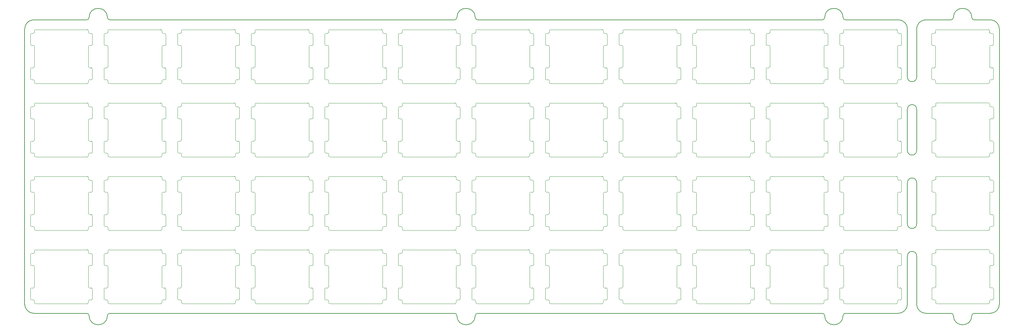
<source format=gbr>
G04 #@! TF.GenerationSoftware,KiCad,Pcbnew,(5.1.10-1-10_14)*
G04 #@! TF.CreationDate,2021-08-19T13:47:14-05:00*
G04 #@! TF.ProjectId,ori_top_plate,6f72695f-746f-4705-9f70-6c6174652e6b,rev?*
G04 #@! TF.SameCoordinates,Original*
G04 #@! TF.FileFunction,Profile,NP*
%FSLAX46Y46*%
G04 Gerber Fmt 4.6, Leading zero omitted, Abs format (unit mm)*
G04 Created by KiCad (PCBNEW (5.1.10-1-10_14)) date 2021-08-19 13:47:14*
%MOMM*%
%LPD*%
G01*
G04 APERTURE LIST*
G04 #@! TA.AperFunction,Profile*
%ADD10C,0.150000*%
G04 #@! TD*
G04 #@! TA.AperFunction,Profile*
%ADD11C,0.100000*%
G04 #@! TD*
G04 APERTURE END LIST*
D10*
X258392142Y-39873575D02*
G75*
G02*
X257796829Y-40468888I-595313J0D01*
G01*
X263749959Y-40468888D02*
G75*
G02*
X263154646Y-39873575I0J595313D01*
G01*
X353642222Y-39873575D02*
G75*
G02*
X353046909Y-40468888I-595313J0D01*
G01*
X359000039Y-40468888D02*
G75*
G02*
X358404726Y-39873575I0J595313D01*
G01*
X392337567Y-116668952D02*
X396505150Y-116669080D01*
X379836330Y-116669080D02*
X386384437Y-116668952D01*
X391742254Y-117264265D02*
G75*
G02*
X386979750Y-117264265I-2381252J0D01*
G01*
X391742254Y-117264265D02*
G75*
G02*
X392337567Y-116668952I595313J0D01*
G01*
X386384437Y-116668952D02*
G75*
G02*
X386979750Y-117264265I0J-595313D01*
G01*
X392337567Y-40468888D02*
X396505150Y-40468760D01*
X379836330Y-40468760D02*
X386384437Y-40468888D01*
X359000039Y-40468888D02*
X372692550Y-40468760D01*
X263749959Y-40468888D02*
X353046909Y-40468888D01*
X168499879Y-40468888D02*
X257796829Y-40468888D01*
X148854110Y-40468760D02*
X162546749Y-40468888D01*
X162546749Y-116668952D02*
X148854110Y-116669080D01*
X257796829Y-116668952D02*
X168499879Y-116668952D01*
X353046909Y-116668952D02*
X263749959Y-116668952D01*
X359000039Y-116668952D02*
X372692550Y-116669080D01*
X358404726Y-117264265D02*
G75*
G02*
X353642222Y-117264265I-2381252J0D01*
G01*
X358404726Y-117264265D02*
G75*
G02*
X359000039Y-116668952I595313J0D01*
G01*
X353046909Y-116668952D02*
G75*
G02*
X353642222Y-117264265I0J-595313D01*
G01*
X263154646Y-117264265D02*
G75*
G02*
X258392142Y-117264265I-2381252J0D01*
G01*
X263154646Y-117264265D02*
G75*
G02*
X263749959Y-116668952I595313J0D01*
G01*
X257796829Y-116668952D02*
G75*
G02*
X258392142Y-117264265I0J-595313D01*
G01*
X167904566Y-117264265D02*
G75*
G02*
X163142062Y-117264265I-2381252J0D01*
G01*
X167904566Y-117264265D02*
G75*
G02*
X168499879Y-116668952I595313J0D01*
G01*
X162546749Y-116668952D02*
G75*
G02*
X163142062Y-117264265I0J-595313D01*
G01*
X163142062Y-39873575D02*
G75*
G02*
X167904566Y-39873575I2381252J0D01*
G01*
X163142062Y-39873575D02*
G75*
G02*
X162546749Y-40468888I-595313J0D01*
G01*
X168499879Y-40468888D02*
G75*
G02*
X167904566Y-39873575I0J595313D01*
G01*
X258392142Y-39873575D02*
G75*
G02*
X263154646Y-39873575I2381252J0D01*
G01*
X353642222Y-39873575D02*
G75*
G02*
X358404726Y-39873575I2381252J0D01*
G01*
X386979750Y-39873575D02*
G75*
G02*
X386384437Y-40468888I-595313J0D01*
G01*
X392337567Y-40468888D02*
G75*
G02*
X391742254Y-39873575I0J595313D01*
G01*
X386979750Y-39873575D02*
G75*
G02*
X391742254Y-39873575I2381252J0D01*
G01*
X146472850Y-42850020D02*
X146472850Y-114287820D01*
X377455070Y-101786127D02*
X377455070Y-114287820D01*
X375073810Y-101786237D02*
X375073810Y-114287820D01*
X375073810Y-82736125D02*
X375073490Y-93451745D01*
X377455070Y-82736125D02*
X377455070Y-93451827D01*
X377455070Y-74401715D02*
X377454746Y-63686095D01*
X375073486Y-63686095D02*
X375073810Y-74401715D01*
X377455070Y-42850020D02*
X377455070Y-55351603D01*
X398886410Y-114287820D02*
X398886410Y-42850020D01*
X375073810Y-42850020D02*
X375073810Y-55351603D01*
X377455070Y-42850020D02*
G75*
G02*
X379836330Y-40468760I2381260J0D01*
G01*
X379836330Y-116669080D02*
G75*
G02*
X377455070Y-114287820I0J2381260D01*
G01*
X375073810Y-101786237D02*
G75*
G02*
X377455070Y-101786237I1190630J0D01*
G01*
X377455070Y-93451827D02*
G75*
G02*
X375073810Y-93451827I-1190630J0D01*
G01*
X375073810Y-82736125D02*
G75*
G02*
X377455070Y-82736125I1190630J0D01*
G01*
X377455070Y-74401715D02*
G75*
G02*
X375073810Y-74401715I-1190630J0D01*
G01*
X375073486Y-63686095D02*
G75*
G02*
X377454746Y-63686095I1190630J0D01*
G01*
X377455070Y-55351603D02*
G75*
G02*
X375073810Y-55351603I-1190630J0D01*
G01*
X396505150Y-40468760D02*
G75*
G02*
X398886410Y-42850020I0J-2381260D01*
G01*
X398886410Y-114287820D02*
G75*
G02*
X396505150Y-116669080I-2381260J0D01*
G01*
X372692550Y-40468760D02*
G75*
G02*
X375073810Y-42850020I0J-2381260D01*
G01*
X375073810Y-114287820D02*
G75*
G02*
X372692550Y-116669080I-2381260J0D01*
G01*
X148854110Y-116669080D02*
G75*
G02*
X146472850Y-114287820I0J2381260D01*
G01*
X146472850Y-42850020D02*
G75*
G02*
X148854110Y-40468760I2381260J0D01*
G01*
D11*
X162672530Y-57006460D02*
X149272530Y-57006460D01*
X148972530Y-56706460D02*
X148972530Y-56306460D01*
X162672530Y-43006460D02*
X149272530Y-43006460D01*
X148972530Y-47406460D02*
X148972530Y-52606460D01*
X148972530Y-43706460D02*
X148972530Y-43306460D01*
X162972530Y-56306460D02*
X162972530Y-56706460D01*
X163272530Y-44006460D02*
X163672530Y-44006460D01*
X163972530Y-46906460D02*
X163972530Y-44306460D01*
X163772530Y-47106460D02*
X163272530Y-47106460D01*
X162972530Y-52606460D02*
X162972530Y-47406460D01*
X162972530Y-43306460D02*
X162972530Y-43706460D01*
X163772530Y-56006460D02*
X163272530Y-56006460D01*
X163972530Y-55806460D02*
X163972530Y-53206460D01*
X163272530Y-52906460D02*
X163672530Y-52906460D01*
X148672530Y-56006460D02*
X148272530Y-56006460D01*
X147972530Y-53106460D02*
X147972530Y-55706460D01*
X148172530Y-52906460D02*
X148672530Y-52906460D01*
X148172530Y-44006460D02*
X148672530Y-44006460D01*
X148672530Y-47106460D02*
X148272530Y-47106460D01*
X147972530Y-44206460D02*
X147972530Y-46806460D01*
X149272530Y-57006460D02*
G75*
G02*
X148972530Y-56706460I0J300000D01*
G01*
X148972530Y-43306460D02*
G75*
G02*
X149272530Y-43006460I300000J0D01*
G01*
X162672530Y-43006460D02*
G75*
G02*
X162972530Y-43306460I0J-300000D01*
G01*
X163972530Y-46906460D02*
G75*
G02*
X163772530Y-47106460I-200000J0D01*
G01*
X162972530Y-47406460D02*
G75*
G02*
X163272530Y-47106460I300000J0D01*
G01*
X162972530Y-56706460D02*
G75*
G02*
X162672530Y-57006460I-300000J0D01*
G01*
X163272530Y-44006460D02*
G75*
G02*
X162972530Y-43706460I0J300000D01*
G01*
X163672530Y-44006460D02*
G75*
G02*
X163972530Y-44306460I0J-300000D01*
G01*
X163272530Y-52906460D02*
G75*
G02*
X162972530Y-52606460I0J300000D01*
G01*
X163672530Y-52906460D02*
G75*
G02*
X163972530Y-53206460I0J-300000D01*
G01*
X162972530Y-56306460D02*
G75*
G02*
X163272530Y-56006460I300000J0D01*
G01*
X163972530Y-55806460D02*
G75*
G02*
X163772530Y-56006460I-200000J0D01*
G01*
X147972530Y-53106460D02*
G75*
G02*
X148172530Y-52906460I200000J0D01*
G01*
X148972530Y-52606460D02*
G75*
G02*
X148672530Y-52906460I-300000J0D01*
G01*
X148272530Y-56006460D02*
G75*
G02*
X147972530Y-55706460I0J300000D01*
G01*
X148672530Y-56006460D02*
G75*
G02*
X148972530Y-56306460I0J-300000D01*
G01*
X148972530Y-43706460D02*
G75*
G02*
X148672530Y-44006460I-300000J0D01*
G01*
X148672530Y-47106460D02*
G75*
G02*
X148972530Y-47406460I0J-300000D01*
G01*
X148272530Y-47106460D02*
G75*
G02*
X147972530Y-46806460I0J300000D01*
G01*
X147972530Y-44206460D02*
G75*
G02*
X148172530Y-44006460I200000J0D01*
G01*
X181722610Y-57006460D02*
X168322610Y-57006460D01*
X168022610Y-56706460D02*
X168022610Y-56306460D01*
X181722610Y-43006460D02*
X168322610Y-43006460D01*
X168022610Y-47406460D02*
X168022610Y-52606460D01*
X168022610Y-43706460D02*
X168022610Y-43306460D01*
X182022610Y-56306460D02*
X182022610Y-56706460D01*
X182322610Y-44006460D02*
X182722610Y-44006460D01*
X183022610Y-46906460D02*
X183022610Y-44306460D01*
X182822610Y-47106460D02*
X182322610Y-47106460D01*
X182022610Y-52606460D02*
X182022610Y-47406460D01*
X182022610Y-43306460D02*
X182022610Y-43706460D01*
X182822610Y-56006460D02*
X182322610Y-56006460D01*
X183022610Y-55806460D02*
X183022610Y-53206460D01*
X182322610Y-52906460D02*
X182722610Y-52906460D01*
X167722610Y-56006460D02*
X167322610Y-56006460D01*
X167022610Y-53106460D02*
X167022610Y-55706460D01*
X167222610Y-52906460D02*
X167722610Y-52906460D01*
X167222610Y-44006460D02*
X167722610Y-44006460D01*
X167722610Y-47106460D02*
X167322610Y-47106460D01*
X167022610Y-44206460D02*
X167022610Y-46806460D01*
X168322610Y-57006460D02*
G75*
G02*
X168022610Y-56706460I0J300000D01*
G01*
X168022610Y-43306460D02*
G75*
G02*
X168322610Y-43006460I300000J0D01*
G01*
X181722610Y-43006460D02*
G75*
G02*
X182022610Y-43306460I0J-300000D01*
G01*
X183022610Y-46906460D02*
G75*
G02*
X182822610Y-47106460I-200000J0D01*
G01*
X182022610Y-47406460D02*
G75*
G02*
X182322610Y-47106460I300000J0D01*
G01*
X182022610Y-56706460D02*
G75*
G02*
X181722610Y-57006460I-300000J0D01*
G01*
X182322610Y-44006460D02*
G75*
G02*
X182022610Y-43706460I0J300000D01*
G01*
X182722610Y-44006460D02*
G75*
G02*
X183022610Y-44306460I0J-300000D01*
G01*
X182322610Y-52906460D02*
G75*
G02*
X182022610Y-52606460I0J300000D01*
G01*
X182722610Y-52906460D02*
G75*
G02*
X183022610Y-53206460I0J-300000D01*
G01*
X182022610Y-56306460D02*
G75*
G02*
X182322610Y-56006460I300000J0D01*
G01*
X183022610Y-55806460D02*
G75*
G02*
X182822610Y-56006460I-200000J0D01*
G01*
X167022610Y-53106460D02*
G75*
G02*
X167222610Y-52906460I200000J0D01*
G01*
X168022610Y-52606460D02*
G75*
G02*
X167722610Y-52906460I-300000J0D01*
G01*
X167322610Y-56006460D02*
G75*
G02*
X167022610Y-55706460I0J300000D01*
G01*
X167722610Y-56006460D02*
G75*
G02*
X168022610Y-56306460I0J-300000D01*
G01*
X168022610Y-43706460D02*
G75*
G02*
X167722610Y-44006460I-300000J0D01*
G01*
X167722610Y-47106460D02*
G75*
G02*
X168022610Y-47406460I0J-300000D01*
G01*
X167322610Y-47106460D02*
G75*
G02*
X167022610Y-46806460I0J300000D01*
G01*
X167022610Y-44206460D02*
G75*
G02*
X167222610Y-44006460I200000J0D01*
G01*
X200772690Y-57006460D02*
X187372690Y-57006460D01*
X187072690Y-56706460D02*
X187072690Y-56306460D01*
X200772690Y-43006460D02*
X187372690Y-43006460D01*
X187072690Y-47406460D02*
X187072690Y-52606460D01*
X187072690Y-43706460D02*
X187072690Y-43306460D01*
X201072690Y-56306460D02*
X201072690Y-56706460D01*
X201372690Y-44006460D02*
X201772690Y-44006460D01*
X202072690Y-46906460D02*
X202072690Y-44306460D01*
X201872690Y-47106460D02*
X201372690Y-47106460D01*
X201072690Y-52606460D02*
X201072690Y-47406460D01*
X201072690Y-43306460D02*
X201072690Y-43706460D01*
X201872690Y-56006460D02*
X201372690Y-56006460D01*
X202072690Y-55806460D02*
X202072690Y-53206460D01*
X201372690Y-52906460D02*
X201772690Y-52906460D01*
X186772690Y-56006460D02*
X186372690Y-56006460D01*
X186072690Y-53106460D02*
X186072690Y-55706460D01*
X186272690Y-52906460D02*
X186772690Y-52906460D01*
X186272690Y-44006460D02*
X186772690Y-44006460D01*
X186772690Y-47106460D02*
X186372690Y-47106460D01*
X186072690Y-44206460D02*
X186072690Y-46806460D01*
X187372690Y-57006460D02*
G75*
G02*
X187072690Y-56706460I0J300000D01*
G01*
X187072690Y-43306460D02*
G75*
G02*
X187372690Y-43006460I300000J0D01*
G01*
X200772690Y-43006460D02*
G75*
G02*
X201072690Y-43306460I0J-300000D01*
G01*
X202072690Y-46906460D02*
G75*
G02*
X201872690Y-47106460I-200000J0D01*
G01*
X201072690Y-47406460D02*
G75*
G02*
X201372690Y-47106460I300000J0D01*
G01*
X201072690Y-56706460D02*
G75*
G02*
X200772690Y-57006460I-300000J0D01*
G01*
X201372690Y-44006460D02*
G75*
G02*
X201072690Y-43706460I0J300000D01*
G01*
X201772690Y-44006460D02*
G75*
G02*
X202072690Y-44306460I0J-300000D01*
G01*
X201372690Y-52906460D02*
G75*
G02*
X201072690Y-52606460I0J300000D01*
G01*
X201772690Y-52906460D02*
G75*
G02*
X202072690Y-53206460I0J-300000D01*
G01*
X201072690Y-56306460D02*
G75*
G02*
X201372690Y-56006460I300000J0D01*
G01*
X202072690Y-55806460D02*
G75*
G02*
X201872690Y-56006460I-200000J0D01*
G01*
X186072690Y-53106460D02*
G75*
G02*
X186272690Y-52906460I200000J0D01*
G01*
X187072690Y-52606460D02*
G75*
G02*
X186772690Y-52906460I-300000J0D01*
G01*
X186372690Y-56006460D02*
G75*
G02*
X186072690Y-55706460I0J300000D01*
G01*
X186772690Y-56006460D02*
G75*
G02*
X187072690Y-56306460I0J-300000D01*
G01*
X187072690Y-43706460D02*
G75*
G02*
X186772690Y-44006460I-300000J0D01*
G01*
X186772690Y-47106460D02*
G75*
G02*
X187072690Y-47406460I0J-300000D01*
G01*
X186372690Y-47106460D02*
G75*
G02*
X186072690Y-46806460I0J300000D01*
G01*
X186072690Y-44206460D02*
G75*
G02*
X186272690Y-44006460I200000J0D01*
G01*
X219822770Y-57006460D02*
X206422770Y-57006460D01*
X206122770Y-56706460D02*
X206122770Y-56306460D01*
X219822770Y-43006460D02*
X206422770Y-43006460D01*
X206122770Y-47406460D02*
X206122770Y-52606460D01*
X206122770Y-43706460D02*
X206122770Y-43306460D01*
X220122770Y-56306460D02*
X220122770Y-56706460D01*
X220422770Y-44006460D02*
X220822770Y-44006460D01*
X221122770Y-46906460D02*
X221122770Y-44306460D01*
X220922770Y-47106460D02*
X220422770Y-47106460D01*
X220122770Y-52606460D02*
X220122770Y-47406460D01*
X220122770Y-43306460D02*
X220122770Y-43706460D01*
X220922770Y-56006460D02*
X220422770Y-56006460D01*
X221122770Y-55806460D02*
X221122770Y-53206460D01*
X220422770Y-52906460D02*
X220822770Y-52906460D01*
X205822770Y-56006460D02*
X205422770Y-56006460D01*
X205122770Y-53106460D02*
X205122770Y-55706460D01*
X205322770Y-52906460D02*
X205822770Y-52906460D01*
X205322770Y-44006460D02*
X205822770Y-44006460D01*
X205822770Y-47106460D02*
X205422770Y-47106460D01*
X205122770Y-44206460D02*
X205122770Y-46806460D01*
X206422770Y-57006460D02*
G75*
G02*
X206122770Y-56706460I0J300000D01*
G01*
X206122770Y-43306460D02*
G75*
G02*
X206422770Y-43006460I300000J0D01*
G01*
X219822770Y-43006460D02*
G75*
G02*
X220122770Y-43306460I0J-300000D01*
G01*
X221122770Y-46906460D02*
G75*
G02*
X220922770Y-47106460I-200000J0D01*
G01*
X220122770Y-47406460D02*
G75*
G02*
X220422770Y-47106460I300000J0D01*
G01*
X220122770Y-56706460D02*
G75*
G02*
X219822770Y-57006460I-300000J0D01*
G01*
X220422770Y-44006460D02*
G75*
G02*
X220122770Y-43706460I0J300000D01*
G01*
X220822770Y-44006460D02*
G75*
G02*
X221122770Y-44306460I0J-300000D01*
G01*
X220422770Y-52906460D02*
G75*
G02*
X220122770Y-52606460I0J300000D01*
G01*
X220822770Y-52906460D02*
G75*
G02*
X221122770Y-53206460I0J-300000D01*
G01*
X220122770Y-56306460D02*
G75*
G02*
X220422770Y-56006460I300000J0D01*
G01*
X221122770Y-55806460D02*
G75*
G02*
X220922770Y-56006460I-200000J0D01*
G01*
X205122770Y-53106460D02*
G75*
G02*
X205322770Y-52906460I200000J0D01*
G01*
X206122770Y-52606460D02*
G75*
G02*
X205822770Y-52906460I-300000J0D01*
G01*
X205422770Y-56006460D02*
G75*
G02*
X205122770Y-55706460I0J300000D01*
G01*
X205822770Y-56006460D02*
G75*
G02*
X206122770Y-56306460I0J-300000D01*
G01*
X206122770Y-43706460D02*
G75*
G02*
X205822770Y-44006460I-300000J0D01*
G01*
X205822770Y-47106460D02*
G75*
G02*
X206122770Y-47406460I0J-300000D01*
G01*
X205422770Y-47106460D02*
G75*
G02*
X205122770Y-46806460I0J300000D01*
G01*
X205122770Y-44206460D02*
G75*
G02*
X205322770Y-44006460I200000J0D01*
G01*
X238872850Y-57006460D02*
X225472850Y-57006460D01*
X225172850Y-56706460D02*
X225172850Y-56306460D01*
X238872850Y-43006460D02*
X225472850Y-43006460D01*
X225172850Y-47406460D02*
X225172850Y-52606460D01*
X225172850Y-43706460D02*
X225172850Y-43306460D01*
X239172850Y-56306460D02*
X239172850Y-56706460D01*
X239472850Y-44006460D02*
X239872850Y-44006460D01*
X240172850Y-46906460D02*
X240172850Y-44306460D01*
X239972850Y-47106460D02*
X239472850Y-47106460D01*
X239172850Y-52606460D02*
X239172850Y-47406460D01*
X239172850Y-43306460D02*
X239172850Y-43706460D01*
X239972850Y-56006460D02*
X239472850Y-56006460D01*
X240172850Y-55806460D02*
X240172850Y-53206460D01*
X239472850Y-52906460D02*
X239872850Y-52906460D01*
X224872850Y-56006460D02*
X224472850Y-56006460D01*
X224172850Y-53106460D02*
X224172850Y-55706460D01*
X224372850Y-52906460D02*
X224872850Y-52906460D01*
X224372850Y-44006460D02*
X224872850Y-44006460D01*
X224872850Y-47106460D02*
X224472850Y-47106460D01*
X224172850Y-44206460D02*
X224172850Y-46806460D01*
X225472850Y-57006460D02*
G75*
G02*
X225172850Y-56706460I0J300000D01*
G01*
X225172850Y-43306460D02*
G75*
G02*
X225472850Y-43006460I300000J0D01*
G01*
X238872850Y-43006460D02*
G75*
G02*
X239172850Y-43306460I0J-300000D01*
G01*
X240172850Y-46906460D02*
G75*
G02*
X239972850Y-47106460I-200000J0D01*
G01*
X239172850Y-47406460D02*
G75*
G02*
X239472850Y-47106460I300000J0D01*
G01*
X239172850Y-56706460D02*
G75*
G02*
X238872850Y-57006460I-300000J0D01*
G01*
X239472850Y-44006460D02*
G75*
G02*
X239172850Y-43706460I0J300000D01*
G01*
X239872850Y-44006460D02*
G75*
G02*
X240172850Y-44306460I0J-300000D01*
G01*
X239472850Y-52906460D02*
G75*
G02*
X239172850Y-52606460I0J300000D01*
G01*
X239872850Y-52906460D02*
G75*
G02*
X240172850Y-53206460I0J-300000D01*
G01*
X239172850Y-56306460D02*
G75*
G02*
X239472850Y-56006460I300000J0D01*
G01*
X240172850Y-55806460D02*
G75*
G02*
X239972850Y-56006460I-200000J0D01*
G01*
X224172850Y-53106460D02*
G75*
G02*
X224372850Y-52906460I200000J0D01*
G01*
X225172850Y-52606460D02*
G75*
G02*
X224872850Y-52906460I-300000J0D01*
G01*
X224472850Y-56006460D02*
G75*
G02*
X224172850Y-55706460I0J300000D01*
G01*
X224872850Y-56006460D02*
G75*
G02*
X225172850Y-56306460I0J-300000D01*
G01*
X225172850Y-43706460D02*
G75*
G02*
X224872850Y-44006460I-300000J0D01*
G01*
X224872850Y-47106460D02*
G75*
G02*
X225172850Y-47406460I0J-300000D01*
G01*
X224472850Y-47106460D02*
G75*
G02*
X224172850Y-46806460I0J300000D01*
G01*
X224172850Y-44206460D02*
G75*
G02*
X224372850Y-44006460I200000J0D01*
G01*
X257922930Y-57006460D02*
X244522930Y-57006460D01*
X244222930Y-56706460D02*
X244222930Y-56306460D01*
X257922930Y-43006460D02*
X244522930Y-43006460D01*
X244222930Y-47406460D02*
X244222930Y-52606460D01*
X244222930Y-43706460D02*
X244222930Y-43306460D01*
X258222930Y-56306460D02*
X258222930Y-56706460D01*
X258522930Y-44006460D02*
X258922930Y-44006460D01*
X259222930Y-46906460D02*
X259222930Y-44306460D01*
X259022930Y-47106460D02*
X258522930Y-47106460D01*
X258222930Y-52606460D02*
X258222930Y-47406460D01*
X258222930Y-43306460D02*
X258222930Y-43706460D01*
X259022930Y-56006460D02*
X258522930Y-56006460D01*
X259222930Y-55806460D02*
X259222930Y-53206460D01*
X258522930Y-52906460D02*
X258922930Y-52906460D01*
X243922930Y-56006460D02*
X243522930Y-56006460D01*
X243222930Y-53106460D02*
X243222930Y-55706460D01*
X243422930Y-52906460D02*
X243922930Y-52906460D01*
X243422930Y-44006460D02*
X243922930Y-44006460D01*
X243922930Y-47106460D02*
X243522930Y-47106460D01*
X243222930Y-44206460D02*
X243222930Y-46806460D01*
X244522930Y-57006460D02*
G75*
G02*
X244222930Y-56706460I0J300000D01*
G01*
X244222930Y-43306460D02*
G75*
G02*
X244522930Y-43006460I300000J0D01*
G01*
X257922930Y-43006460D02*
G75*
G02*
X258222930Y-43306460I0J-300000D01*
G01*
X259222930Y-46906460D02*
G75*
G02*
X259022930Y-47106460I-200000J0D01*
G01*
X258222930Y-47406460D02*
G75*
G02*
X258522930Y-47106460I300000J0D01*
G01*
X258222930Y-56706460D02*
G75*
G02*
X257922930Y-57006460I-300000J0D01*
G01*
X258522930Y-44006460D02*
G75*
G02*
X258222930Y-43706460I0J300000D01*
G01*
X258922930Y-44006460D02*
G75*
G02*
X259222930Y-44306460I0J-300000D01*
G01*
X258522930Y-52906460D02*
G75*
G02*
X258222930Y-52606460I0J300000D01*
G01*
X258922930Y-52906460D02*
G75*
G02*
X259222930Y-53206460I0J-300000D01*
G01*
X258222930Y-56306460D02*
G75*
G02*
X258522930Y-56006460I300000J0D01*
G01*
X259222930Y-55806460D02*
G75*
G02*
X259022930Y-56006460I-200000J0D01*
G01*
X243222930Y-53106460D02*
G75*
G02*
X243422930Y-52906460I200000J0D01*
G01*
X244222930Y-52606460D02*
G75*
G02*
X243922930Y-52906460I-300000J0D01*
G01*
X243522930Y-56006460D02*
G75*
G02*
X243222930Y-55706460I0J300000D01*
G01*
X243922930Y-56006460D02*
G75*
G02*
X244222930Y-56306460I0J-300000D01*
G01*
X244222930Y-43706460D02*
G75*
G02*
X243922930Y-44006460I-300000J0D01*
G01*
X243922930Y-47106460D02*
G75*
G02*
X244222930Y-47406460I0J-300000D01*
G01*
X243522930Y-47106460D02*
G75*
G02*
X243222930Y-46806460I0J300000D01*
G01*
X243222930Y-44206460D02*
G75*
G02*
X243422930Y-44006460I200000J0D01*
G01*
X276973010Y-57006460D02*
X263573010Y-57006460D01*
X263273010Y-56706460D02*
X263273010Y-56306460D01*
X276973010Y-43006460D02*
X263573010Y-43006460D01*
X263273010Y-47406460D02*
X263273010Y-52606460D01*
X263273010Y-43706460D02*
X263273010Y-43306460D01*
X277273010Y-56306460D02*
X277273010Y-56706460D01*
X277573010Y-44006460D02*
X277973010Y-44006460D01*
X278273010Y-46906460D02*
X278273010Y-44306460D01*
X278073010Y-47106460D02*
X277573010Y-47106460D01*
X277273010Y-52606460D02*
X277273010Y-47406460D01*
X277273010Y-43306460D02*
X277273010Y-43706460D01*
X278073010Y-56006460D02*
X277573010Y-56006460D01*
X278273010Y-55806460D02*
X278273010Y-53206460D01*
X277573010Y-52906460D02*
X277973010Y-52906460D01*
X262973010Y-56006460D02*
X262573010Y-56006460D01*
X262273010Y-53106460D02*
X262273010Y-55706460D01*
X262473010Y-52906460D02*
X262973010Y-52906460D01*
X262473010Y-44006460D02*
X262973010Y-44006460D01*
X262973010Y-47106460D02*
X262573010Y-47106460D01*
X262273010Y-44206460D02*
X262273010Y-46806460D01*
X263573010Y-57006460D02*
G75*
G02*
X263273010Y-56706460I0J300000D01*
G01*
X263273010Y-43306460D02*
G75*
G02*
X263573010Y-43006460I300000J0D01*
G01*
X276973010Y-43006460D02*
G75*
G02*
X277273010Y-43306460I0J-300000D01*
G01*
X278273010Y-46906460D02*
G75*
G02*
X278073010Y-47106460I-200000J0D01*
G01*
X277273010Y-47406460D02*
G75*
G02*
X277573010Y-47106460I300000J0D01*
G01*
X277273010Y-56706460D02*
G75*
G02*
X276973010Y-57006460I-300000J0D01*
G01*
X277573010Y-44006460D02*
G75*
G02*
X277273010Y-43706460I0J300000D01*
G01*
X277973010Y-44006460D02*
G75*
G02*
X278273010Y-44306460I0J-300000D01*
G01*
X277573010Y-52906460D02*
G75*
G02*
X277273010Y-52606460I0J300000D01*
G01*
X277973010Y-52906460D02*
G75*
G02*
X278273010Y-53206460I0J-300000D01*
G01*
X277273010Y-56306460D02*
G75*
G02*
X277573010Y-56006460I300000J0D01*
G01*
X278273010Y-55806460D02*
G75*
G02*
X278073010Y-56006460I-200000J0D01*
G01*
X262273010Y-53106460D02*
G75*
G02*
X262473010Y-52906460I200000J0D01*
G01*
X263273010Y-52606460D02*
G75*
G02*
X262973010Y-52906460I-300000J0D01*
G01*
X262573010Y-56006460D02*
G75*
G02*
X262273010Y-55706460I0J300000D01*
G01*
X262973010Y-56006460D02*
G75*
G02*
X263273010Y-56306460I0J-300000D01*
G01*
X263273010Y-43706460D02*
G75*
G02*
X262973010Y-44006460I-300000J0D01*
G01*
X262973010Y-47106460D02*
G75*
G02*
X263273010Y-47406460I0J-300000D01*
G01*
X262573010Y-47106460D02*
G75*
G02*
X262273010Y-46806460I0J300000D01*
G01*
X262273010Y-44206460D02*
G75*
G02*
X262473010Y-44006460I200000J0D01*
G01*
X296023090Y-57006460D02*
X282623090Y-57006460D01*
X282323090Y-56706460D02*
X282323090Y-56306460D01*
X296023090Y-43006460D02*
X282623090Y-43006460D01*
X282323090Y-47406460D02*
X282323090Y-52606460D01*
X282323090Y-43706460D02*
X282323090Y-43306460D01*
X296323090Y-56306460D02*
X296323090Y-56706460D01*
X296623090Y-44006460D02*
X297023090Y-44006460D01*
X297323090Y-46906460D02*
X297323090Y-44306460D01*
X297123090Y-47106460D02*
X296623090Y-47106460D01*
X296323090Y-52606460D02*
X296323090Y-47406460D01*
X296323090Y-43306460D02*
X296323090Y-43706460D01*
X297123090Y-56006460D02*
X296623090Y-56006460D01*
X297323090Y-55806460D02*
X297323090Y-53206460D01*
X296623090Y-52906460D02*
X297023090Y-52906460D01*
X282023090Y-56006460D02*
X281623090Y-56006460D01*
X281323090Y-53106460D02*
X281323090Y-55706460D01*
X281523090Y-52906460D02*
X282023090Y-52906460D01*
X281523090Y-44006460D02*
X282023090Y-44006460D01*
X282023090Y-47106460D02*
X281623090Y-47106460D01*
X281323090Y-44206460D02*
X281323090Y-46806460D01*
X282623090Y-57006460D02*
G75*
G02*
X282323090Y-56706460I0J300000D01*
G01*
X282323090Y-43306460D02*
G75*
G02*
X282623090Y-43006460I300000J0D01*
G01*
X296023090Y-43006460D02*
G75*
G02*
X296323090Y-43306460I0J-300000D01*
G01*
X297323090Y-46906460D02*
G75*
G02*
X297123090Y-47106460I-200000J0D01*
G01*
X296323090Y-47406460D02*
G75*
G02*
X296623090Y-47106460I300000J0D01*
G01*
X296323090Y-56706460D02*
G75*
G02*
X296023090Y-57006460I-300000J0D01*
G01*
X296623090Y-44006460D02*
G75*
G02*
X296323090Y-43706460I0J300000D01*
G01*
X297023090Y-44006460D02*
G75*
G02*
X297323090Y-44306460I0J-300000D01*
G01*
X296623090Y-52906460D02*
G75*
G02*
X296323090Y-52606460I0J300000D01*
G01*
X297023090Y-52906460D02*
G75*
G02*
X297323090Y-53206460I0J-300000D01*
G01*
X296323090Y-56306460D02*
G75*
G02*
X296623090Y-56006460I300000J0D01*
G01*
X297323090Y-55806460D02*
G75*
G02*
X297123090Y-56006460I-200000J0D01*
G01*
X281323090Y-53106460D02*
G75*
G02*
X281523090Y-52906460I200000J0D01*
G01*
X282323090Y-52606460D02*
G75*
G02*
X282023090Y-52906460I-300000J0D01*
G01*
X281623090Y-56006460D02*
G75*
G02*
X281323090Y-55706460I0J300000D01*
G01*
X282023090Y-56006460D02*
G75*
G02*
X282323090Y-56306460I0J-300000D01*
G01*
X282323090Y-43706460D02*
G75*
G02*
X282023090Y-44006460I-300000J0D01*
G01*
X282023090Y-47106460D02*
G75*
G02*
X282323090Y-47406460I0J-300000D01*
G01*
X281623090Y-47106460D02*
G75*
G02*
X281323090Y-46806460I0J300000D01*
G01*
X281323090Y-44206460D02*
G75*
G02*
X281523090Y-44006460I200000J0D01*
G01*
X315073170Y-57006460D02*
X301673170Y-57006460D01*
X301373170Y-56706460D02*
X301373170Y-56306460D01*
X315073170Y-43006460D02*
X301673170Y-43006460D01*
X301373170Y-47406460D02*
X301373170Y-52606460D01*
X301373170Y-43706460D02*
X301373170Y-43306460D01*
X315373170Y-56306460D02*
X315373170Y-56706460D01*
X315673170Y-44006460D02*
X316073170Y-44006460D01*
X316373170Y-46906460D02*
X316373170Y-44306460D01*
X316173170Y-47106460D02*
X315673170Y-47106460D01*
X315373170Y-52606460D02*
X315373170Y-47406460D01*
X315373170Y-43306460D02*
X315373170Y-43706460D01*
X316173170Y-56006460D02*
X315673170Y-56006460D01*
X316373170Y-55806460D02*
X316373170Y-53206460D01*
X315673170Y-52906460D02*
X316073170Y-52906460D01*
X301073170Y-56006460D02*
X300673170Y-56006460D01*
X300373170Y-53106460D02*
X300373170Y-55706460D01*
X300573170Y-52906460D02*
X301073170Y-52906460D01*
X300573170Y-44006460D02*
X301073170Y-44006460D01*
X301073170Y-47106460D02*
X300673170Y-47106460D01*
X300373170Y-44206460D02*
X300373170Y-46806460D01*
X301673170Y-57006460D02*
G75*
G02*
X301373170Y-56706460I0J300000D01*
G01*
X301373170Y-43306460D02*
G75*
G02*
X301673170Y-43006460I300000J0D01*
G01*
X315073170Y-43006460D02*
G75*
G02*
X315373170Y-43306460I0J-300000D01*
G01*
X316373170Y-46906460D02*
G75*
G02*
X316173170Y-47106460I-200000J0D01*
G01*
X315373170Y-47406460D02*
G75*
G02*
X315673170Y-47106460I300000J0D01*
G01*
X315373170Y-56706460D02*
G75*
G02*
X315073170Y-57006460I-300000J0D01*
G01*
X315673170Y-44006460D02*
G75*
G02*
X315373170Y-43706460I0J300000D01*
G01*
X316073170Y-44006460D02*
G75*
G02*
X316373170Y-44306460I0J-300000D01*
G01*
X315673170Y-52906460D02*
G75*
G02*
X315373170Y-52606460I0J300000D01*
G01*
X316073170Y-52906460D02*
G75*
G02*
X316373170Y-53206460I0J-300000D01*
G01*
X315373170Y-56306460D02*
G75*
G02*
X315673170Y-56006460I300000J0D01*
G01*
X316373170Y-55806460D02*
G75*
G02*
X316173170Y-56006460I-200000J0D01*
G01*
X300373170Y-53106460D02*
G75*
G02*
X300573170Y-52906460I200000J0D01*
G01*
X301373170Y-52606460D02*
G75*
G02*
X301073170Y-52906460I-300000J0D01*
G01*
X300673170Y-56006460D02*
G75*
G02*
X300373170Y-55706460I0J300000D01*
G01*
X301073170Y-56006460D02*
G75*
G02*
X301373170Y-56306460I0J-300000D01*
G01*
X301373170Y-43706460D02*
G75*
G02*
X301073170Y-44006460I-300000J0D01*
G01*
X301073170Y-47106460D02*
G75*
G02*
X301373170Y-47406460I0J-300000D01*
G01*
X300673170Y-47106460D02*
G75*
G02*
X300373170Y-46806460I0J300000D01*
G01*
X300373170Y-44206460D02*
G75*
G02*
X300573170Y-44006460I200000J0D01*
G01*
X334123250Y-57006460D02*
X320723250Y-57006460D01*
X320423250Y-56706460D02*
X320423250Y-56306460D01*
X334123250Y-43006460D02*
X320723250Y-43006460D01*
X320423250Y-47406460D02*
X320423250Y-52606460D01*
X320423250Y-43706460D02*
X320423250Y-43306460D01*
X334423250Y-56306460D02*
X334423250Y-56706460D01*
X334723250Y-44006460D02*
X335123250Y-44006460D01*
X335423250Y-46906460D02*
X335423250Y-44306460D01*
X335223250Y-47106460D02*
X334723250Y-47106460D01*
X334423250Y-52606460D02*
X334423250Y-47406460D01*
X334423250Y-43306460D02*
X334423250Y-43706460D01*
X335223250Y-56006460D02*
X334723250Y-56006460D01*
X335423250Y-55806460D02*
X335423250Y-53206460D01*
X334723250Y-52906460D02*
X335123250Y-52906460D01*
X320123250Y-56006460D02*
X319723250Y-56006460D01*
X319423250Y-53106460D02*
X319423250Y-55706460D01*
X319623250Y-52906460D02*
X320123250Y-52906460D01*
X319623250Y-44006460D02*
X320123250Y-44006460D01*
X320123250Y-47106460D02*
X319723250Y-47106460D01*
X319423250Y-44206460D02*
X319423250Y-46806460D01*
X320723250Y-57006460D02*
G75*
G02*
X320423250Y-56706460I0J300000D01*
G01*
X320423250Y-43306460D02*
G75*
G02*
X320723250Y-43006460I300000J0D01*
G01*
X334123250Y-43006460D02*
G75*
G02*
X334423250Y-43306460I0J-300000D01*
G01*
X335423250Y-46906460D02*
G75*
G02*
X335223250Y-47106460I-200000J0D01*
G01*
X334423250Y-47406460D02*
G75*
G02*
X334723250Y-47106460I300000J0D01*
G01*
X334423250Y-56706460D02*
G75*
G02*
X334123250Y-57006460I-300000J0D01*
G01*
X334723250Y-44006460D02*
G75*
G02*
X334423250Y-43706460I0J300000D01*
G01*
X335123250Y-44006460D02*
G75*
G02*
X335423250Y-44306460I0J-300000D01*
G01*
X334723250Y-52906460D02*
G75*
G02*
X334423250Y-52606460I0J300000D01*
G01*
X335123250Y-52906460D02*
G75*
G02*
X335423250Y-53206460I0J-300000D01*
G01*
X334423250Y-56306460D02*
G75*
G02*
X334723250Y-56006460I300000J0D01*
G01*
X335423250Y-55806460D02*
G75*
G02*
X335223250Y-56006460I-200000J0D01*
G01*
X319423250Y-53106460D02*
G75*
G02*
X319623250Y-52906460I200000J0D01*
G01*
X320423250Y-52606460D02*
G75*
G02*
X320123250Y-52906460I-300000J0D01*
G01*
X319723250Y-56006460D02*
G75*
G02*
X319423250Y-55706460I0J300000D01*
G01*
X320123250Y-56006460D02*
G75*
G02*
X320423250Y-56306460I0J-300000D01*
G01*
X320423250Y-43706460D02*
G75*
G02*
X320123250Y-44006460I-300000J0D01*
G01*
X320123250Y-47106460D02*
G75*
G02*
X320423250Y-47406460I0J-300000D01*
G01*
X319723250Y-47106460D02*
G75*
G02*
X319423250Y-46806460I0J300000D01*
G01*
X319423250Y-44206460D02*
G75*
G02*
X319623250Y-44006460I200000J0D01*
G01*
X353173330Y-57006460D02*
X339773330Y-57006460D01*
X339473330Y-56706460D02*
X339473330Y-56306460D01*
X353173330Y-43006460D02*
X339773330Y-43006460D01*
X339473330Y-47406460D02*
X339473330Y-52606460D01*
X339473330Y-43706460D02*
X339473330Y-43306460D01*
X353473330Y-56306460D02*
X353473330Y-56706460D01*
X353773330Y-44006460D02*
X354173330Y-44006460D01*
X354473330Y-46906460D02*
X354473330Y-44306460D01*
X354273330Y-47106460D02*
X353773330Y-47106460D01*
X353473330Y-52606460D02*
X353473330Y-47406460D01*
X353473330Y-43306460D02*
X353473330Y-43706460D01*
X354273330Y-56006460D02*
X353773330Y-56006460D01*
X354473330Y-55806460D02*
X354473330Y-53206460D01*
X353773330Y-52906460D02*
X354173330Y-52906460D01*
X339173330Y-56006460D02*
X338773330Y-56006460D01*
X338473330Y-53106460D02*
X338473330Y-55706460D01*
X338673330Y-52906460D02*
X339173330Y-52906460D01*
X338673330Y-44006460D02*
X339173330Y-44006460D01*
X339173330Y-47106460D02*
X338773330Y-47106460D01*
X338473330Y-44206460D02*
X338473330Y-46806460D01*
X339773330Y-57006460D02*
G75*
G02*
X339473330Y-56706460I0J300000D01*
G01*
X339473330Y-43306460D02*
G75*
G02*
X339773330Y-43006460I300000J0D01*
G01*
X353173330Y-43006460D02*
G75*
G02*
X353473330Y-43306460I0J-300000D01*
G01*
X354473330Y-46906460D02*
G75*
G02*
X354273330Y-47106460I-200000J0D01*
G01*
X353473330Y-47406460D02*
G75*
G02*
X353773330Y-47106460I300000J0D01*
G01*
X353473330Y-56706460D02*
G75*
G02*
X353173330Y-57006460I-300000J0D01*
G01*
X353773330Y-44006460D02*
G75*
G02*
X353473330Y-43706460I0J300000D01*
G01*
X354173330Y-44006460D02*
G75*
G02*
X354473330Y-44306460I0J-300000D01*
G01*
X353773330Y-52906460D02*
G75*
G02*
X353473330Y-52606460I0J300000D01*
G01*
X354173330Y-52906460D02*
G75*
G02*
X354473330Y-53206460I0J-300000D01*
G01*
X353473330Y-56306460D02*
G75*
G02*
X353773330Y-56006460I300000J0D01*
G01*
X354473330Y-55806460D02*
G75*
G02*
X354273330Y-56006460I-200000J0D01*
G01*
X338473330Y-53106460D02*
G75*
G02*
X338673330Y-52906460I200000J0D01*
G01*
X339473330Y-52606460D02*
G75*
G02*
X339173330Y-52906460I-300000J0D01*
G01*
X338773330Y-56006460D02*
G75*
G02*
X338473330Y-55706460I0J300000D01*
G01*
X339173330Y-56006460D02*
G75*
G02*
X339473330Y-56306460I0J-300000D01*
G01*
X339473330Y-43706460D02*
G75*
G02*
X339173330Y-44006460I-300000J0D01*
G01*
X339173330Y-47106460D02*
G75*
G02*
X339473330Y-47406460I0J-300000D01*
G01*
X338773330Y-47106460D02*
G75*
G02*
X338473330Y-46806460I0J300000D01*
G01*
X338473330Y-44206460D02*
G75*
G02*
X338673330Y-44006460I200000J0D01*
G01*
X372223410Y-57006460D02*
X358823410Y-57006460D01*
X358523410Y-56706460D02*
X358523410Y-56306460D01*
X372223410Y-43006460D02*
X358823410Y-43006460D01*
X358523410Y-47406460D02*
X358523410Y-52606460D01*
X358523410Y-43706460D02*
X358523410Y-43306460D01*
X372523410Y-56306460D02*
X372523410Y-56706460D01*
X372823410Y-44006460D02*
X373223410Y-44006460D01*
X373523410Y-46906460D02*
X373523410Y-44306460D01*
X373323410Y-47106460D02*
X372823410Y-47106460D01*
X372523410Y-52606460D02*
X372523410Y-47406460D01*
X372523410Y-43306460D02*
X372523410Y-43706460D01*
X373323410Y-56006460D02*
X372823410Y-56006460D01*
X373523410Y-55806460D02*
X373523410Y-53206460D01*
X372823410Y-52906460D02*
X373223410Y-52906460D01*
X358223410Y-56006460D02*
X357823410Y-56006460D01*
X357523410Y-53106460D02*
X357523410Y-55706460D01*
X357723410Y-52906460D02*
X358223410Y-52906460D01*
X357723410Y-44006460D02*
X358223410Y-44006460D01*
X358223410Y-47106460D02*
X357823410Y-47106460D01*
X357523410Y-44206460D02*
X357523410Y-46806460D01*
X358823410Y-57006460D02*
G75*
G02*
X358523410Y-56706460I0J300000D01*
G01*
X358523410Y-43306460D02*
G75*
G02*
X358823410Y-43006460I300000J0D01*
G01*
X372223410Y-43006460D02*
G75*
G02*
X372523410Y-43306460I0J-300000D01*
G01*
X373523410Y-46906460D02*
G75*
G02*
X373323410Y-47106460I-200000J0D01*
G01*
X372523410Y-47406460D02*
G75*
G02*
X372823410Y-47106460I300000J0D01*
G01*
X372523410Y-56706460D02*
G75*
G02*
X372223410Y-57006460I-300000J0D01*
G01*
X372823410Y-44006460D02*
G75*
G02*
X372523410Y-43706460I0J300000D01*
G01*
X373223410Y-44006460D02*
G75*
G02*
X373523410Y-44306460I0J-300000D01*
G01*
X372823410Y-52906460D02*
G75*
G02*
X372523410Y-52606460I0J300000D01*
G01*
X373223410Y-52906460D02*
G75*
G02*
X373523410Y-53206460I0J-300000D01*
G01*
X372523410Y-56306460D02*
G75*
G02*
X372823410Y-56006460I300000J0D01*
G01*
X373523410Y-55806460D02*
G75*
G02*
X373323410Y-56006460I-200000J0D01*
G01*
X357523410Y-53106460D02*
G75*
G02*
X357723410Y-52906460I200000J0D01*
G01*
X358523410Y-52606460D02*
G75*
G02*
X358223410Y-52906460I-300000J0D01*
G01*
X357823410Y-56006460D02*
G75*
G02*
X357523410Y-55706460I0J300000D01*
G01*
X358223410Y-56006460D02*
G75*
G02*
X358523410Y-56306460I0J-300000D01*
G01*
X358523410Y-43706460D02*
G75*
G02*
X358223410Y-44006460I-300000J0D01*
G01*
X358223410Y-47106460D02*
G75*
G02*
X358523410Y-47406460I0J-300000D01*
G01*
X357823410Y-47106460D02*
G75*
G02*
X357523410Y-46806460I0J300000D01*
G01*
X357523410Y-44206460D02*
G75*
G02*
X357723410Y-44006460I200000J0D01*
G01*
X162672530Y-76056540D02*
X149272530Y-76056540D01*
X148972530Y-75756540D02*
X148972530Y-75356540D01*
X162672530Y-62056540D02*
X149272530Y-62056540D01*
X148972530Y-66456540D02*
X148972530Y-71656540D01*
X148972530Y-62756540D02*
X148972530Y-62356540D01*
X162972530Y-75356540D02*
X162972530Y-75756540D01*
X163272530Y-63056540D02*
X163672530Y-63056540D01*
X163972530Y-65956540D02*
X163972530Y-63356540D01*
X163772530Y-66156540D02*
X163272530Y-66156540D01*
X162972530Y-71656540D02*
X162972530Y-66456540D01*
X162972530Y-62356540D02*
X162972530Y-62756540D01*
X163772530Y-75056540D02*
X163272530Y-75056540D01*
X163972530Y-74856540D02*
X163972530Y-72256540D01*
X163272530Y-71956540D02*
X163672530Y-71956540D01*
X148672530Y-75056540D02*
X148272530Y-75056540D01*
X147972530Y-72156540D02*
X147972530Y-74756540D01*
X148172530Y-71956540D02*
X148672530Y-71956540D01*
X148172530Y-63056540D02*
X148672530Y-63056540D01*
X148672530Y-66156540D02*
X148272530Y-66156540D01*
X147972530Y-63256540D02*
X147972530Y-65856540D01*
X149272530Y-76056540D02*
G75*
G02*
X148972530Y-75756540I0J300000D01*
G01*
X148972530Y-62356540D02*
G75*
G02*
X149272530Y-62056540I300000J0D01*
G01*
X162672530Y-62056540D02*
G75*
G02*
X162972530Y-62356540I0J-300000D01*
G01*
X163972530Y-65956540D02*
G75*
G02*
X163772530Y-66156540I-200000J0D01*
G01*
X162972530Y-66456540D02*
G75*
G02*
X163272530Y-66156540I300000J0D01*
G01*
X162972530Y-75756540D02*
G75*
G02*
X162672530Y-76056540I-300000J0D01*
G01*
X163272530Y-63056540D02*
G75*
G02*
X162972530Y-62756540I0J300000D01*
G01*
X163672530Y-63056540D02*
G75*
G02*
X163972530Y-63356540I0J-300000D01*
G01*
X163272530Y-71956540D02*
G75*
G02*
X162972530Y-71656540I0J300000D01*
G01*
X163672530Y-71956540D02*
G75*
G02*
X163972530Y-72256540I0J-300000D01*
G01*
X162972530Y-75356540D02*
G75*
G02*
X163272530Y-75056540I300000J0D01*
G01*
X163972530Y-74856540D02*
G75*
G02*
X163772530Y-75056540I-200000J0D01*
G01*
X147972530Y-72156540D02*
G75*
G02*
X148172530Y-71956540I200000J0D01*
G01*
X148972530Y-71656540D02*
G75*
G02*
X148672530Y-71956540I-300000J0D01*
G01*
X148272530Y-75056540D02*
G75*
G02*
X147972530Y-74756540I0J300000D01*
G01*
X148672530Y-75056540D02*
G75*
G02*
X148972530Y-75356540I0J-300000D01*
G01*
X148972530Y-62756540D02*
G75*
G02*
X148672530Y-63056540I-300000J0D01*
G01*
X148672530Y-66156540D02*
G75*
G02*
X148972530Y-66456540I0J-300000D01*
G01*
X148272530Y-66156540D02*
G75*
G02*
X147972530Y-65856540I0J300000D01*
G01*
X147972530Y-63256540D02*
G75*
G02*
X148172530Y-63056540I200000J0D01*
G01*
X181722610Y-76056540D02*
X168322610Y-76056540D01*
X168022610Y-75756540D02*
X168022610Y-75356540D01*
X181722610Y-62056540D02*
X168322610Y-62056540D01*
X168022610Y-66456540D02*
X168022610Y-71656540D01*
X168022610Y-62756540D02*
X168022610Y-62356540D01*
X182022610Y-75356540D02*
X182022610Y-75756540D01*
X182322610Y-63056540D02*
X182722610Y-63056540D01*
X183022610Y-65956540D02*
X183022610Y-63356540D01*
X182822610Y-66156540D02*
X182322610Y-66156540D01*
X182022610Y-71656540D02*
X182022610Y-66456540D01*
X182022610Y-62356540D02*
X182022610Y-62756540D01*
X182822610Y-75056540D02*
X182322610Y-75056540D01*
X183022610Y-74856540D02*
X183022610Y-72256540D01*
X182322610Y-71956540D02*
X182722610Y-71956540D01*
X167722610Y-75056540D02*
X167322610Y-75056540D01*
X167022610Y-72156540D02*
X167022610Y-74756540D01*
X167222610Y-71956540D02*
X167722610Y-71956540D01*
X167222610Y-63056540D02*
X167722610Y-63056540D01*
X167722610Y-66156540D02*
X167322610Y-66156540D01*
X167022610Y-63256540D02*
X167022610Y-65856540D01*
X168322610Y-76056540D02*
G75*
G02*
X168022610Y-75756540I0J300000D01*
G01*
X168022610Y-62356540D02*
G75*
G02*
X168322610Y-62056540I300000J0D01*
G01*
X181722610Y-62056540D02*
G75*
G02*
X182022610Y-62356540I0J-300000D01*
G01*
X183022610Y-65956540D02*
G75*
G02*
X182822610Y-66156540I-200000J0D01*
G01*
X182022610Y-66456540D02*
G75*
G02*
X182322610Y-66156540I300000J0D01*
G01*
X182022610Y-75756540D02*
G75*
G02*
X181722610Y-76056540I-300000J0D01*
G01*
X182322610Y-63056540D02*
G75*
G02*
X182022610Y-62756540I0J300000D01*
G01*
X182722610Y-63056540D02*
G75*
G02*
X183022610Y-63356540I0J-300000D01*
G01*
X182322610Y-71956540D02*
G75*
G02*
X182022610Y-71656540I0J300000D01*
G01*
X182722610Y-71956540D02*
G75*
G02*
X183022610Y-72256540I0J-300000D01*
G01*
X182022610Y-75356540D02*
G75*
G02*
X182322610Y-75056540I300000J0D01*
G01*
X183022610Y-74856540D02*
G75*
G02*
X182822610Y-75056540I-200000J0D01*
G01*
X167022610Y-72156540D02*
G75*
G02*
X167222610Y-71956540I200000J0D01*
G01*
X168022610Y-71656540D02*
G75*
G02*
X167722610Y-71956540I-300000J0D01*
G01*
X167322610Y-75056540D02*
G75*
G02*
X167022610Y-74756540I0J300000D01*
G01*
X167722610Y-75056540D02*
G75*
G02*
X168022610Y-75356540I0J-300000D01*
G01*
X168022610Y-62756540D02*
G75*
G02*
X167722610Y-63056540I-300000J0D01*
G01*
X167722610Y-66156540D02*
G75*
G02*
X168022610Y-66456540I0J-300000D01*
G01*
X167322610Y-66156540D02*
G75*
G02*
X167022610Y-65856540I0J300000D01*
G01*
X167022610Y-63256540D02*
G75*
G02*
X167222610Y-63056540I200000J0D01*
G01*
X200772690Y-76056540D02*
X187372690Y-76056540D01*
X187072690Y-75756540D02*
X187072690Y-75356540D01*
X200772690Y-62056540D02*
X187372690Y-62056540D01*
X187072690Y-66456540D02*
X187072690Y-71656540D01*
X187072690Y-62756540D02*
X187072690Y-62356540D01*
X201072690Y-75356540D02*
X201072690Y-75756540D01*
X201372690Y-63056540D02*
X201772690Y-63056540D01*
X202072690Y-65956540D02*
X202072690Y-63356540D01*
X201872690Y-66156540D02*
X201372690Y-66156540D01*
X201072690Y-71656540D02*
X201072690Y-66456540D01*
X201072690Y-62356540D02*
X201072690Y-62756540D01*
X201872690Y-75056540D02*
X201372690Y-75056540D01*
X202072690Y-74856540D02*
X202072690Y-72256540D01*
X201372690Y-71956540D02*
X201772690Y-71956540D01*
X186772690Y-75056540D02*
X186372690Y-75056540D01*
X186072690Y-72156540D02*
X186072690Y-74756540D01*
X186272690Y-71956540D02*
X186772690Y-71956540D01*
X186272690Y-63056540D02*
X186772690Y-63056540D01*
X186772690Y-66156540D02*
X186372690Y-66156540D01*
X186072690Y-63256540D02*
X186072690Y-65856540D01*
X187372690Y-76056540D02*
G75*
G02*
X187072690Y-75756540I0J300000D01*
G01*
X187072690Y-62356540D02*
G75*
G02*
X187372690Y-62056540I300000J0D01*
G01*
X200772690Y-62056540D02*
G75*
G02*
X201072690Y-62356540I0J-300000D01*
G01*
X202072690Y-65956540D02*
G75*
G02*
X201872690Y-66156540I-200000J0D01*
G01*
X201072690Y-66456540D02*
G75*
G02*
X201372690Y-66156540I300000J0D01*
G01*
X201072690Y-75756540D02*
G75*
G02*
X200772690Y-76056540I-300000J0D01*
G01*
X201372690Y-63056540D02*
G75*
G02*
X201072690Y-62756540I0J300000D01*
G01*
X201772690Y-63056540D02*
G75*
G02*
X202072690Y-63356540I0J-300000D01*
G01*
X201372690Y-71956540D02*
G75*
G02*
X201072690Y-71656540I0J300000D01*
G01*
X201772690Y-71956540D02*
G75*
G02*
X202072690Y-72256540I0J-300000D01*
G01*
X201072690Y-75356540D02*
G75*
G02*
X201372690Y-75056540I300000J0D01*
G01*
X202072690Y-74856540D02*
G75*
G02*
X201872690Y-75056540I-200000J0D01*
G01*
X186072690Y-72156540D02*
G75*
G02*
X186272690Y-71956540I200000J0D01*
G01*
X187072690Y-71656540D02*
G75*
G02*
X186772690Y-71956540I-300000J0D01*
G01*
X186372690Y-75056540D02*
G75*
G02*
X186072690Y-74756540I0J300000D01*
G01*
X186772690Y-75056540D02*
G75*
G02*
X187072690Y-75356540I0J-300000D01*
G01*
X187072690Y-62756540D02*
G75*
G02*
X186772690Y-63056540I-300000J0D01*
G01*
X186772690Y-66156540D02*
G75*
G02*
X187072690Y-66456540I0J-300000D01*
G01*
X186372690Y-66156540D02*
G75*
G02*
X186072690Y-65856540I0J300000D01*
G01*
X186072690Y-63256540D02*
G75*
G02*
X186272690Y-63056540I200000J0D01*
G01*
X219822770Y-76056540D02*
X206422770Y-76056540D01*
X206122770Y-75756540D02*
X206122770Y-75356540D01*
X219822770Y-62056540D02*
X206422770Y-62056540D01*
X206122770Y-66456540D02*
X206122770Y-71656540D01*
X206122770Y-62756540D02*
X206122770Y-62356540D01*
X220122770Y-75356540D02*
X220122770Y-75756540D01*
X220422770Y-63056540D02*
X220822770Y-63056540D01*
X221122770Y-65956540D02*
X221122770Y-63356540D01*
X220922770Y-66156540D02*
X220422770Y-66156540D01*
X220122770Y-71656540D02*
X220122770Y-66456540D01*
X220122770Y-62356540D02*
X220122770Y-62756540D01*
X220922770Y-75056540D02*
X220422770Y-75056540D01*
X221122770Y-74856540D02*
X221122770Y-72256540D01*
X220422770Y-71956540D02*
X220822770Y-71956540D01*
X205822770Y-75056540D02*
X205422770Y-75056540D01*
X205122770Y-72156540D02*
X205122770Y-74756540D01*
X205322770Y-71956540D02*
X205822770Y-71956540D01*
X205322770Y-63056540D02*
X205822770Y-63056540D01*
X205822770Y-66156540D02*
X205422770Y-66156540D01*
X205122770Y-63256540D02*
X205122770Y-65856540D01*
X206422770Y-76056540D02*
G75*
G02*
X206122770Y-75756540I0J300000D01*
G01*
X206122770Y-62356540D02*
G75*
G02*
X206422770Y-62056540I300000J0D01*
G01*
X219822770Y-62056540D02*
G75*
G02*
X220122770Y-62356540I0J-300000D01*
G01*
X221122770Y-65956540D02*
G75*
G02*
X220922770Y-66156540I-200000J0D01*
G01*
X220122770Y-66456540D02*
G75*
G02*
X220422770Y-66156540I300000J0D01*
G01*
X220122770Y-75756540D02*
G75*
G02*
X219822770Y-76056540I-300000J0D01*
G01*
X220422770Y-63056540D02*
G75*
G02*
X220122770Y-62756540I0J300000D01*
G01*
X220822770Y-63056540D02*
G75*
G02*
X221122770Y-63356540I0J-300000D01*
G01*
X220422770Y-71956540D02*
G75*
G02*
X220122770Y-71656540I0J300000D01*
G01*
X220822770Y-71956540D02*
G75*
G02*
X221122770Y-72256540I0J-300000D01*
G01*
X220122770Y-75356540D02*
G75*
G02*
X220422770Y-75056540I300000J0D01*
G01*
X221122770Y-74856540D02*
G75*
G02*
X220922770Y-75056540I-200000J0D01*
G01*
X205122770Y-72156540D02*
G75*
G02*
X205322770Y-71956540I200000J0D01*
G01*
X206122770Y-71656540D02*
G75*
G02*
X205822770Y-71956540I-300000J0D01*
G01*
X205422770Y-75056540D02*
G75*
G02*
X205122770Y-74756540I0J300000D01*
G01*
X205822770Y-75056540D02*
G75*
G02*
X206122770Y-75356540I0J-300000D01*
G01*
X206122770Y-62756540D02*
G75*
G02*
X205822770Y-63056540I-300000J0D01*
G01*
X205822770Y-66156540D02*
G75*
G02*
X206122770Y-66456540I0J-300000D01*
G01*
X205422770Y-66156540D02*
G75*
G02*
X205122770Y-65856540I0J300000D01*
G01*
X205122770Y-63256540D02*
G75*
G02*
X205322770Y-63056540I200000J0D01*
G01*
X238872850Y-76056540D02*
X225472850Y-76056540D01*
X225172850Y-75756540D02*
X225172850Y-75356540D01*
X238872850Y-62056540D02*
X225472850Y-62056540D01*
X225172850Y-66456540D02*
X225172850Y-71656540D01*
X225172850Y-62756540D02*
X225172850Y-62356540D01*
X239172850Y-75356540D02*
X239172850Y-75756540D01*
X239472850Y-63056540D02*
X239872850Y-63056540D01*
X240172850Y-65956540D02*
X240172850Y-63356540D01*
X239972850Y-66156540D02*
X239472850Y-66156540D01*
X239172850Y-71656540D02*
X239172850Y-66456540D01*
X239172850Y-62356540D02*
X239172850Y-62756540D01*
X239972850Y-75056540D02*
X239472850Y-75056540D01*
X240172850Y-74856540D02*
X240172850Y-72256540D01*
X239472850Y-71956540D02*
X239872850Y-71956540D01*
X224872850Y-75056540D02*
X224472850Y-75056540D01*
X224172850Y-72156540D02*
X224172850Y-74756540D01*
X224372850Y-71956540D02*
X224872850Y-71956540D01*
X224372850Y-63056540D02*
X224872850Y-63056540D01*
X224872850Y-66156540D02*
X224472850Y-66156540D01*
X224172850Y-63256540D02*
X224172850Y-65856540D01*
X225472850Y-76056540D02*
G75*
G02*
X225172850Y-75756540I0J300000D01*
G01*
X225172850Y-62356540D02*
G75*
G02*
X225472850Y-62056540I300000J0D01*
G01*
X238872850Y-62056540D02*
G75*
G02*
X239172850Y-62356540I0J-300000D01*
G01*
X240172850Y-65956540D02*
G75*
G02*
X239972850Y-66156540I-200000J0D01*
G01*
X239172850Y-66456540D02*
G75*
G02*
X239472850Y-66156540I300000J0D01*
G01*
X239172850Y-75756540D02*
G75*
G02*
X238872850Y-76056540I-300000J0D01*
G01*
X239472850Y-63056540D02*
G75*
G02*
X239172850Y-62756540I0J300000D01*
G01*
X239872850Y-63056540D02*
G75*
G02*
X240172850Y-63356540I0J-300000D01*
G01*
X239472850Y-71956540D02*
G75*
G02*
X239172850Y-71656540I0J300000D01*
G01*
X239872850Y-71956540D02*
G75*
G02*
X240172850Y-72256540I0J-300000D01*
G01*
X239172850Y-75356540D02*
G75*
G02*
X239472850Y-75056540I300000J0D01*
G01*
X240172850Y-74856540D02*
G75*
G02*
X239972850Y-75056540I-200000J0D01*
G01*
X224172850Y-72156540D02*
G75*
G02*
X224372850Y-71956540I200000J0D01*
G01*
X225172850Y-71656540D02*
G75*
G02*
X224872850Y-71956540I-300000J0D01*
G01*
X224472850Y-75056540D02*
G75*
G02*
X224172850Y-74756540I0J300000D01*
G01*
X224872850Y-75056540D02*
G75*
G02*
X225172850Y-75356540I0J-300000D01*
G01*
X225172850Y-62756540D02*
G75*
G02*
X224872850Y-63056540I-300000J0D01*
G01*
X224872850Y-66156540D02*
G75*
G02*
X225172850Y-66456540I0J-300000D01*
G01*
X224472850Y-66156540D02*
G75*
G02*
X224172850Y-65856540I0J300000D01*
G01*
X224172850Y-63256540D02*
G75*
G02*
X224372850Y-63056540I200000J0D01*
G01*
X257922930Y-76056540D02*
X244522930Y-76056540D01*
X244222930Y-75756540D02*
X244222930Y-75356540D01*
X257922930Y-62056540D02*
X244522930Y-62056540D01*
X244222930Y-66456540D02*
X244222930Y-71656540D01*
X244222930Y-62756540D02*
X244222930Y-62356540D01*
X258222930Y-75356540D02*
X258222930Y-75756540D01*
X258522930Y-63056540D02*
X258922930Y-63056540D01*
X259222930Y-65956540D02*
X259222930Y-63356540D01*
X259022930Y-66156540D02*
X258522930Y-66156540D01*
X258222930Y-71656540D02*
X258222930Y-66456540D01*
X258222930Y-62356540D02*
X258222930Y-62756540D01*
X259022930Y-75056540D02*
X258522930Y-75056540D01*
X259222930Y-74856540D02*
X259222930Y-72256540D01*
X258522930Y-71956540D02*
X258922930Y-71956540D01*
X243922930Y-75056540D02*
X243522930Y-75056540D01*
X243222930Y-72156540D02*
X243222930Y-74756540D01*
X243422930Y-71956540D02*
X243922930Y-71956540D01*
X243422930Y-63056540D02*
X243922930Y-63056540D01*
X243922930Y-66156540D02*
X243522930Y-66156540D01*
X243222930Y-63256540D02*
X243222930Y-65856540D01*
X244522930Y-76056540D02*
G75*
G02*
X244222930Y-75756540I0J300000D01*
G01*
X244222930Y-62356540D02*
G75*
G02*
X244522930Y-62056540I300000J0D01*
G01*
X257922930Y-62056540D02*
G75*
G02*
X258222930Y-62356540I0J-300000D01*
G01*
X259222930Y-65956540D02*
G75*
G02*
X259022930Y-66156540I-200000J0D01*
G01*
X258222930Y-66456540D02*
G75*
G02*
X258522930Y-66156540I300000J0D01*
G01*
X258222930Y-75756540D02*
G75*
G02*
X257922930Y-76056540I-300000J0D01*
G01*
X258522930Y-63056540D02*
G75*
G02*
X258222930Y-62756540I0J300000D01*
G01*
X258922930Y-63056540D02*
G75*
G02*
X259222930Y-63356540I0J-300000D01*
G01*
X258522930Y-71956540D02*
G75*
G02*
X258222930Y-71656540I0J300000D01*
G01*
X258922930Y-71956540D02*
G75*
G02*
X259222930Y-72256540I0J-300000D01*
G01*
X258222930Y-75356540D02*
G75*
G02*
X258522930Y-75056540I300000J0D01*
G01*
X259222930Y-74856540D02*
G75*
G02*
X259022930Y-75056540I-200000J0D01*
G01*
X243222930Y-72156540D02*
G75*
G02*
X243422930Y-71956540I200000J0D01*
G01*
X244222930Y-71656540D02*
G75*
G02*
X243922930Y-71956540I-300000J0D01*
G01*
X243522930Y-75056540D02*
G75*
G02*
X243222930Y-74756540I0J300000D01*
G01*
X243922930Y-75056540D02*
G75*
G02*
X244222930Y-75356540I0J-300000D01*
G01*
X244222930Y-62756540D02*
G75*
G02*
X243922930Y-63056540I-300000J0D01*
G01*
X243922930Y-66156540D02*
G75*
G02*
X244222930Y-66456540I0J-300000D01*
G01*
X243522930Y-66156540D02*
G75*
G02*
X243222930Y-65856540I0J300000D01*
G01*
X243222930Y-63256540D02*
G75*
G02*
X243422930Y-63056540I200000J0D01*
G01*
X276973010Y-76056540D02*
X263573010Y-76056540D01*
X263273010Y-75756540D02*
X263273010Y-75356540D01*
X276973010Y-62056540D02*
X263573010Y-62056540D01*
X263273010Y-66456540D02*
X263273010Y-71656540D01*
X263273010Y-62756540D02*
X263273010Y-62356540D01*
X277273010Y-75356540D02*
X277273010Y-75756540D01*
X277573010Y-63056540D02*
X277973010Y-63056540D01*
X278273010Y-65956540D02*
X278273010Y-63356540D01*
X278073010Y-66156540D02*
X277573010Y-66156540D01*
X277273010Y-71656540D02*
X277273010Y-66456540D01*
X277273010Y-62356540D02*
X277273010Y-62756540D01*
X278073010Y-75056540D02*
X277573010Y-75056540D01*
X278273010Y-74856540D02*
X278273010Y-72256540D01*
X277573010Y-71956540D02*
X277973010Y-71956540D01*
X262973010Y-75056540D02*
X262573010Y-75056540D01*
X262273010Y-72156540D02*
X262273010Y-74756540D01*
X262473010Y-71956540D02*
X262973010Y-71956540D01*
X262473010Y-63056540D02*
X262973010Y-63056540D01*
X262973010Y-66156540D02*
X262573010Y-66156540D01*
X262273010Y-63256540D02*
X262273010Y-65856540D01*
X263573010Y-76056540D02*
G75*
G02*
X263273010Y-75756540I0J300000D01*
G01*
X263273010Y-62356540D02*
G75*
G02*
X263573010Y-62056540I300000J0D01*
G01*
X276973010Y-62056540D02*
G75*
G02*
X277273010Y-62356540I0J-300000D01*
G01*
X278273010Y-65956540D02*
G75*
G02*
X278073010Y-66156540I-200000J0D01*
G01*
X277273010Y-66456540D02*
G75*
G02*
X277573010Y-66156540I300000J0D01*
G01*
X277273010Y-75756540D02*
G75*
G02*
X276973010Y-76056540I-300000J0D01*
G01*
X277573010Y-63056540D02*
G75*
G02*
X277273010Y-62756540I0J300000D01*
G01*
X277973010Y-63056540D02*
G75*
G02*
X278273010Y-63356540I0J-300000D01*
G01*
X277573010Y-71956540D02*
G75*
G02*
X277273010Y-71656540I0J300000D01*
G01*
X277973010Y-71956540D02*
G75*
G02*
X278273010Y-72256540I0J-300000D01*
G01*
X277273010Y-75356540D02*
G75*
G02*
X277573010Y-75056540I300000J0D01*
G01*
X278273010Y-74856540D02*
G75*
G02*
X278073010Y-75056540I-200000J0D01*
G01*
X262273010Y-72156540D02*
G75*
G02*
X262473010Y-71956540I200000J0D01*
G01*
X263273010Y-71656540D02*
G75*
G02*
X262973010Y-71956540I-300000J0D01*
G01*
X262573010Y-75056540D02*
G75*
G02*
X262273010Y-74756540I0J300000D01*
G01*
X262973010Y-75056540D02*
G75*
G02*
X263273010Y-75356540I0J-300000D01*
G01*
X263273010Y-62756540D02*
G75*
G02*
X262973010Y-63056540I-300000J0D01*
G01*
X262973010Y-66156540D02*
G75*
G02*
X263273010Y-66456540I0J-300000D01*
G01*
X262573010Y-66156540D02*
G75*
G02*
X262273010Y-65856540I0J300000D01*
G01*
X262273010Y-63256540D02*
G75*
G02*
X262473010Y-63056540I200000J0D01*
G01*
X296023090Y-76056540D02*
X282623090Y-76056540D01*
X282323090Y-75756540D02*
X282323090Y-75356540D01*
X296023090Y-62056540D02*
X282623090Y-62056540D01*
X282323090Y-66456540D02*
X282323090Y-71656540D01*
X282323090Y-62756540D02*
X282323090Y-62356540D01*
X296323090Y-75356540D02*
X296323090Y-75756540D01*
X296623090Y-63056540D02*
X297023090Y-63056540D01*
X297323090Y-65956540D02*
X297323090Y-63356540D01*
X297123090Y-66156540D02*
X296623090Y-66156540D01*
X296323090Y-71656540D02*
X296323090Y-66456540D01*
X296323090Y-62356540D02*
X296323090Y-62756540D01*
X297123090Y-75056540D02*
X296623090Y-75056540D01*
X297323090Y-74856540D02*
X297323090Y-72256540D01*
X296623090Y-71956540D02*
X297023090Y-71956540D01*
X282023090Y-75056540D02*
X281623090Y-75056540D01*
X281323090Y-72156540D02*
X281323090Y-74756540D01*
X281523090Y-71956540D02*
X282023090Y-71956540D01*
X281523090Y-63056540D02*
X282023090Y-63056540D01*
X282023090Y-66156540D02*
X281623090Y-66156540D01*
X281323090Y-63256540D02*
X281323090Y-65856540D01*
X282623090Y-76056540D02*
G75*
G02*
X282323090Y-75756540I0J300000D01*
G01*
X282323090Y-62356540D02*
G75*
G02*
X282623090Y-62056540I300000J0D01*
G01*
X296023090Y-62056540D02*
G75*
G02*
X296323090Y-62356540I0J-300000D01*
G01*
X297323090Y-65956540D02*
G75*
G02*
X297123090Y-66156540I-200000J0D01*
G01*
X296323090Y-66456540D02*
G75*
G02*
X296623090Y-66156540I300000J0D01*
G01*
X296323090Y-75756540D02*
G75*
G02*
X296023090Y-76056540I-300000J0D01*
G01*
X296623090Y-63056540D02*
G75*
G02*
X296323090Y-62756540I0J300000D01*
G01*
X297023090Y-63056540D02*
G75*
G02*
X297323090Y-63356540I0J-300000D01*
G01*
X296623090Y-71956540D02*
G75*
G02*
X296323090Y-71656540I0J300000D01*
G01*
X297023090Y-71956540D02*
G75*
G02*
X297323090Y-72256540I0J-300000D01*
G01*
X296323090Y-75356540D02*
G75*
G02*
X296623090Y-75056540I300000J0D01*
G01*
X297323090Y-74856540D02*
G75*
G02*
X297123090Y-75056540I-200000J0D01*
G01*
X281323090Y-72156540D02*
G75*
G02*
X281523090Y-71956540I200000J0D01*
G01*
X282323090Y-71656540D02*
G75*
G02*
X282023090Y-71956540I-300000J0D01*
G01*
X281623090Y-75056540D02*
G75*
G02*
X281323090Y-74756540I0J300000D01*
G01*
X282023090Y-75056540D02*
G75*
G02*
X282323090Y-75356540I0J-300000D01*
G01*
X282323090Y-62756540D02*
G75*
G02*
X282023090Y-63056540I-300000J0D01*
G01*
X282023090Y-66156540D02*
G75*
G02*
X282323090Y-66456540I0J-300000D01*
G01*
X281623090Y-66156540D02*
G75*
G02*
X281323090Y-65856540I0J300000D01*
G01*
X281323090Y-63256540D02*
G75*
G02*
X281523090Y-63056540I200000J0D01*
G01*
X315073170Y-76056540D02*
X301673170Y-76056540D01*
X301373170Y-75756540D02*
X301373170Y-75356540D01*
X315073170Y-62056540D02*
X301673170Y-62056540D01*
X301373170Y-66456540D02*
X301373170Y-71656540D01*
X301373170Y-62756540D02*
X301373170Y-62356540D01*
X315373170Y-75356540D02*
X315373170Y-75756540D01*
X315673170Y-63056540D02*
X316073170Y-63056540D01*
X316373170Y-65956540D02*
X316373170Y-63356540D01*
X316173170Y-66156540D02*
X315673170Y-66156540D01*
X315373170Y-71656540D02*
X315373170Y-66456540D01*
X315373170Y-62356540D02*
X315373170Y-62756540D01*
X316173170Y-75056540D02*
X315673170Y-75056540D01*
X316373170Y-74856540D02*
X316373170Y-72256540D01*
X315673170Y-71956540D02*
X316073170Y-71956540D01*
X301073170Y-75056540D02*
X300673170Y-75056540D01*
X300373170Y-72156540D02*
X300373170Y-74756540D01*
X300573170Y-71956540D02*
X301073170Y-71956540D01*
X300573170Y-63056540D02*
X301073170Y-63056540D01*
X301073170Y-66156540D02*
X300673170Y-66156540D01*
X300373170Y-63256540D02*
X300373170Y-65856540D01*
X301673170Y-76056540D02*
G75*
G02*
X301373170Y-75756540I0J300000D01*
G01*
X301373170Y-62356540D02*
G75*
G02*
X301673170Y-62056540I300000J0D01*
G01*
X315073170Y-62056540D02*
G75*
G02*
X315373170Y-62356540I0J-300000D01*
G01*
X316373170Y-65956540D02*
G75*
G02*
X316173170Y-66156540I-200000J0D01*
G01*
X315373170Y-66456540D02*
G75*
G02*
X315673170Y-66156540I300000J0D01*
G01*
X315373170Y-75756540D02*
G75*
G02*
X315073170Y-76056540I-300000J0D01*
G01*
X315673170Y-63056540D02*
G75*
G02*
X315373170Y-62756540I0J300000D01*
G01*
X316073170Y-63056540D02*
G75*
G02*
X316373170Y-63356540I0J-300000D01*
G01*
X315673170Y-71956540D02*
G75*
G02*
X315373170Y-71656540I0J300000D01*
G01*
X316073170Y-71956540D02*
G75*
G02*
X316373170Y-72256540I0J-300000D01*
G01*
X315373170Y-75356540D02*
G75*
G02*
X315673170Y-75056540I300000J0D01*
G01*
X316373170Y-74856540D02*
G75*
G02*
X316173170Y-75056540I-200000J0D01*
G01*
X300373170Y-72156540D02*
G75*
G02*
X300573170Y-71956540I200000J0D01*
G01*
X301373170Y-71656540D02*
G75*
G02*
X301073170Y-71956540I-300000J0D01*
G01*
X300673170Y-75056540D02*
G75*
G02*
X300373170Y-74756540I0J300000D01*
G01*
X301073170Y-75056540D02*
G75*
G02*
X301373170Y-75356540I0J-300000D01*
G01*
X301373170Y-62756540D02*
G75*
G02*
X301073170Y-63056540I-300000J0D01*
G01*
X301073170Y-66156540D02*
G75*
G02*
X301373170Y-66456540I0J-300000D01*
G01*
X300673170Y-66156540D02*
G75*
G02*
X300373170Y-65856540I0J300000D01*
G01*
X300373170Y-63256540D02*
G75*
G02*
X300573170Y-63056540I200000J0D01*
G01*
X334123250Y-76056540D02*
X320723250Y-76056540D01*
X320423250Y-75756540D02*
X320423250Y-75356540D01*
X334123250Y-62056540D02*
X320723250Y-62056540D01*
X320423250Y-66456540D02*
X320423250Y-71656540D01*
X320423250Y-62756540D02*
X320423250Y-62356540D01*
X334423250Y-75356540D02*
X334423250Y-75756540D01*
X334723250Y-63056540D02*
X335123250Y-63056540D01*
X335423250Y-65956540D02*
X335423250Y-63356540D01*
X335223250Y-66156540D02*
X334723250Y-66156540D01*
X334423250Y-71656540D02*
X334423250Y-66456540D01*
X334423250Y-62356540D02*
X334423250Y-62756540D01*
X335223250Y-75056540D02*
X334723250Y-75056540D01*
X335423250Y-74856540D02*
X335423250Y-72256540D01*
X334723250Y-71956540D02*
X335123250Y-71956540D01*
X320123250Y-75056540D02*
X319723250Y-75056540D01*
X319423250Y-72156540D02*
X319423250Y-74756540D01*
X319623250Y-71956540D02*
X320123250Y-71956540D01*
X319623250Y-63056540D02*
X320123250Y-63056540D01*
X320123250Y-66156540D02*
X319723250Y-66156540D01*
X319423250Y-63256540D02*
X319423250Y-65856540D01*
X320723250Y-76056540D02*
G75*
G02*
X320423250Y-75756540I0J300000D01*
G01*
X320423250Y-62356540D02*
G75*
G02*
X320723250Y-62056540I300000J0D01*
G01*
X334123250Y-62056540D02*
G75*
G02*
X334423250Y-62356540I0J-300000D01*
G01*
X335423250Y-65956540D02*
G75*
G02*
X335223250Y-66156540I-200000J0D01*
G01*
X334423250Y-66456540D02*
G75*
G02*
X334723250Y-66156540I300000J0D01*
G01*
X334423250Y-75756540D02*
G75*
G02*
X334123250Y-76056540I-300000J0D01*
G01*
X334723250Y-63056540D02*
G75*
G02*
X334423250Y-62756540I0J300000D01*
G01*
X335123250Y-63056540D02*
G75*
G02*
X335423250Y-63356540I0J-300000D01*
G01*
X334723250Y-71956540D02*
G75*
G02*
X334423250Y-71656540I0J300000D01*
G01*
X335123250Y-71956540D02*
G75*
G02*
X335423250Y-72256540I0J-300000D01*
G01*
X334423250Y-75356540D02*
G75*
G02*
X334723250Y-75056540I300000J0D01*
G01*
X335423250Y-74856540D02*
G75*
G02*
X335223250Y-75056540I-200000J0D01*
G01*
X319423250Y-72156540D02*
G75*
G02*
X319623250Y-71956540I200000J0D01*
G01*
X320423250Y-71656540D02*
G75*
G02*
X320123250Y-71956540I-300000J0D01*
G01*
X319723250Y-75056540D02*
G75*
G02*
X319423250Y-74756540I0J300000D01*
G01*
X320123250Y-75056540D02*
G75*
G02*
X320423250Y-75356540I0J-300000D01*
G01*
X320423250Y-62756540D02*
G75*
G02*
X320123250Y-63056540I-300000J0D01*
G01*
X320123250Y-66156540D02*
G75*
G02*
X320423250Y-66456540I0J-300000D01*
G01*
X319723250Y-66156540D02*
G75*
G02*
X319423250Y-65856540I0J300000D01*
G01*
X319423250Y-63256540D02*
G75*
G02*
X319623250Y-63056540I200000J0D01*
G01*
X353173330Y-76056540D02*
X339773330Y-76056540D01*
X339473330Y-75756540D02*
X339473330Y-75356540D01*
X353173330Y-62056540D02*
X339773330Y-62056540D01*
X339473330Y-66456540D02*
X339473330Y-71656540D01*
X339473330Y-62756540D02*
X339473330Y-62356540D01*
X353473330Y-75356540D02*
X353473330Y-75756540D01*
X353773330Y-63056540D02*
X354173330Y-63056540D01*
X354473330Y-65956540D02*
X354473330Y-63356540D01*
X354273330Y-66156540D02*
X353773330Y-66156540D01*
X353473330Y-71656540D02*
X353473330Y-66456540D01*
X353473330Y-62356540D02*
X353473330Y-62756540D01*
X354273330Y-75056540D02*
X353773330Y-75056540D01*
X354473330Y-74856540D02*
X354473330Y-72256540D01*
X353773330Y-71956540D02*
X354173330Y-71956540D01*
X339173330Y-75056540D02*
X338773330Y-75056540D01*
X338473330Y-72156540D02*
X338473330Y-74756540D01*
X338673330Y-71956540D02*
X339173330Y-71956540D01*
X338673330Y-63056540D02*
X339173330Y-63056540D01*
X339173330Y-66156540D02*
X338773330Y-66156540D01*
X338473330Y-63256540D02*
X338473330Y-65856540D01*
X339773330Y-76056540D02*
G75*
G02*
X339473330Y-75756540I0J300000D01*
G01*
X339473330Y-62356540D02*
G75*
G02*
X339773330Y-62056540I300000J0D01*
G01*
X353173330Y-62056540D02*
G75*
G02*
X353473330Y-62356540I0J-300000D01*
G01*
X354473330Y-65956540D02*
G75*
G02*
X354273330Y-66156540I-200000J0D01*
G01*
X353473330Y-66456540D02*
G75*
G02*
X353773330Y-66156540I300000J0D01*
G01*
X353473330Y-75756540D02*
G75*
G02*
X353173330Y-76056540I-300000J0D01*
G01*
X353773330Y-63056540D02*
G75*
G02*
X353473330Y-62756540I0J300000D01*
G01*
X354173330Y-63056540D02*
G75*
G02*
X354473330Y-63356540I0J-300000D01*
G01*
X353773330Y-71956540D02*
G75*
G02*
X353473330Y-71656540I0J300000D01*
G01*
X354173330Y-71956540D02*
G75*
G02*
X354473330Y-72256540I0J-300000D01*
G01*
X353473330Y-75356540D02*
G75*
G02*
X353773330Y-75056540I300000J0D01*
G01*
X354473330Y-74856540D02*
G75*
G02*
X354273330Y-75056540I-200000J0D01*
G01*
X338473330Y-72156540D02*
G75*
G02*
X338673330Y-71956540I200000J0D01*
G01*
X339473330Y-71656540D02*
G75*
G02*
X339173330Y-71956540I-300000J0D01*
G01*
X338773330Y-75056540D02*
G75*
G02*
X338473330Y-74756540I0J300000D01*
G01*
X339173330Y-75056540D02*
G75*
G02*
X339473330Y-75356540I0J-300000D01*
G01*
X339473330Y-62756540D02*
G75*
G02*
X339173330Y-63056540I-300000J0D01*
G01*
X339173330Y-66156540D02*
G75*
G02*
X339473330Y-66456540I0J-300000D01*
G01*
X338773330Y-66156540D02*
G75*
G02*
X338473330Y-65856540I0J300000D01*
G01*
X338473330Y-63256540D02*
G75*
G02*
X338673330Y-63056540I200000J0D01*
G01*
X372223410Y-76056540D02*
X358823410Y-76056540D01*
X358523410Y-75756540D02*
X358523410Y-75356540D01*
X372223410Y-62056540D02*
X358823410Y-62056540D01*
X358523410Y-66456540D02*
X358523410Y-71656540D01*
X358523410Y-62756540D02*
X358523410Y-62356540D01*
X372523410Y-75356540D02*
X372523410Y-75756540D01*
X372823410Y-63056540D02*
X373223410Y-63056540D01*
X373523410Y-65956540D02*
X373523410Y-63356540D01*
X373323410Y-66156540D02*
X372823410Y-66156540D01*
X372523410Y-71656540D02*
X372523410Y-66456540D01*
X372523410Y-62356540D02*
X372523410Y-62756540D01*
X373323410Y-75056540D02*
X372823410Y-75056540D01*
X373523410Y-74856540D02*
X373523410Y-72256540D01*
X372823410Y-71956540D02*
X373223410Y-71956540D01*
X358223410Y-75056540D02*
X357823410Y-75056540D01*
X357523410Y-72156540D02*
X357523410Y-74756540D01*
X357723410Y-71956540D02*
X358223410Y-71956540D01*
X357723410Y-63056540D02*
X358223410Y-63056540D01*
X358223410Y-66156540D02*
X357823410Y-66156540D01*
X357523410Y-63256540D02*
X357523410Y-65856540D01*
X358823410Y-76056540D02*
G75*
G02*
X358523410Y-75756540I0J300000D01*
G01*
X358523410Y-62356540D02*
G75*
G02*
X358823410Y-62056540I300000J0D01*
G01*
X372223410Y-62056540D02*
G75*
G02*
X372523410Y-62356540I0J-300000D01*
G01*
X373523410Y-65956540D02*
G75*
G02*
X373323410Y-66156540I-200000J0D01*
G01*
X372523410Y-66456540D02*
G75*
G02*
X372823410Y-66156540I300000J0D01*
G01*
X372523410Y-75756540D02*
G75*
G02*
X372223410Y-76056540I-300000J0D01*
G01*
X372823410Y-63056540D02*
G75*
G02*
X372523410Y-62756540I0J300000D01*
G01*
X373223410Y-63056540D02*
G75*
G02*
X373523410Y-63356540I0J-300000D01*
G01*
X372823410Y-71956540D02*
G75*
G02*
X372523410Y-71656540I0J300000D01*
G01*
X373223410Y-71956540D02*
G75*
G02*
X373523410Y-72256540I0J-300000D01*
G01*
X372523410Y-75356540D02*
G75*
G02*
X372823410Y-75056540I300000J0D01*
G01*
X373523410Y-74856540D02*
G75*
G02*
X373323410Y-75056540I-200000J0D01*
G01*
X357523410Y-72156540D02*
G75*
G02*
X357723410Y-71956540I200000J0D01*
G01*
X358523410Y-71656540D02*
G75*
G02*
X358223410Y-71956540I-300000J0D01*
G01*
X357823410Y-75056540D02*
G75*
G02*
X357523410Y-74756540I0J300000D01*
G01*
X358223410Y-75056540D02*
G75*
G02*
X358523410Y-75356540I0J-300000D01*
G01*
X358523410Y-62756540D02*
G75*
G02*
X358223410Y-63056540I-300000J0D01*
G01*
X358223410Y-66156540D02*
G75*
G02*
X358523410Y-66456540I0J-300000D01*
G01*
X357823410Y-66156540D02*
G75*
G02*
X357523410Y-65856540I0J300000D01*
G01*
X357523410Y-63256540D02*
G75*
G02*
X357723410Y-63056540I200000J0D01*
G01*
X162672530Y-95106620D02*
X149272530Y-95106620D01*
X148972530Y-94806620D02*
X148972530Y-94406620D01*
X162672530Y-81106620D02*
X149272530Y-81106620D01*
X148972530Y-85506620D02*
X148972530Y-90706620D01*
X148972530Y-81806620D02*
X148972530Y-81406620D01*
X162972530Y-94406620D02*
X162972530Y-94806620D01*
X163272530Y-82106620D02*
X163672530Y-82106620D01*
X163972530Y-85006620D02*
X163972530Y-82406620D01*
X163772530Y-85206620D02*
X163272530Y-85206620D01*
X162972530Y-90706620D02*
X162972530Y-85506620D01*
X162972530Y-81406620D02*
X162972530Y-81806620D01*
X163772530Y-94106620D02*
X163272530Y-94106620D01*
X163972530Y-93906620D02*
X163972530Y-91306620D01*
X163272530Y-91006620D02*
X163672530Y-91006620D01*
X148672530Y-94106620D02*
X148272530Y-94106620D01*
X147972530Y-91206620D02*
X147972530Y-93806620D01*
X148172530Y-91006620D02*
X148672530Y-91006620D01*
X148172530Y-82106620D02*
X148672530Y-82106620D01*
X148672530Y-85206620D02*
X148272530Y-85206620D01*
X147972530Y-82306620D02*
X147972530Y-84906620D01*
X149272530Y-95106620D02*
G75*
G02*
X148972530Y-94806620I0J300000D01*
G01*
X148972530Y-81406620D02*
G75*
G02*
X149272530Y-81106620I300000J0D01*
G01*
X162672530Y-81106620D02*
G75*
G02*
X162972530Y-81406620I0J-300000D01*
G01*
X163972530Y-85006620D02*
G75*
G02*
X163772530Y-85206620I-200000J0D01*
G01*
X162972530Y-85506620D02*
G75*
G02*
X163272530Y-85206620I300000J0D01*
G01*
X162972530Y-94806620D02*
G75*
G02*
X162672530Y-95106620I-300000J0D01*
G01*
X163272530Y-82106620D02*
G75*
G02*
X162972530Y-81806620I0J300000D01*
G01*
X163672530Y-82106620D02*
G75*
G02*
X163972530Y-82406620I0J-300000D01*
G01*
X163272530Y-91006620D02*
G75*
G02*
X162972530Y-90706620I0J300000D01*
G01*
X163672530Y-91006620D02*
G75*
G02*
X163972530Y-91306620I0J-300000D01*
G01*
X162972530Y-94406620D02*
G75*
G02*
X163272530Y-94106620I300000J0D01*
G01*
X163972530Y-93906620D02*
G75*
G02*
X163772530Y-94106620I-200000J0D01*
G01*
X147972530Y-91206620D02*
G75*
G02*
X148172530Y-91006620I200000J0D01*
G01*
X148972530Y-90706620D02*
G75*
G02*
X148672530Y-91006620I-300000J0D01*
G01*
X148272530Y-94106620D02*
G75*
G02*
X147972530Y-93806620I0J300000D01*
G01*
X148672530Y-94106620D02*
G75*
G02*
X148972530Y-94406620I0J-300000D01*
G01*
X148972530Y-81806620D02*
G75*
G02*
X148672530Y-82106620I-300000J0D01*
G01*
X148672530Y-85206620D02*
G75*
G02*
X148972530Y-85506620I0J-300000D01*
G01*
X148272530Y-85206620D02*
G75*
G02*
X147972530Y-84906620I0J300000D01*
G01*
X147972530Y-82306620D02*
G75*
G02*
X148172530Y-82106620I200000J0D01*
G01*
X181722610Y-95106620D02*
X168322610Y-95106620D01*
X168022610Y-94806620D02*
X168022610Y-94406620D01*
X181722610Y-81106620D02*
X168322610Y-81106620D01*
X168022610Y-85506620D02*
X168022610Y-90706620D01*
X168022610Y-81806620D02*
X168022610Y-81406620D01*
X182022610Y-94406620D02*
X182022610Y-94806620D01*
X182322610Y-82106620D02*
X182722610Y-82106620D01*
X183022610Y-85006620D02*
X183022610Y-82406620D01*
X182822610Y-85206620D02*
X182322610Y-85206620D01*
X182022610Y-90706620D02*
X182022610Y-85506620D01*
X182022610Y-81406620D02*
X182022610Y-81806620D01*
X182822610Y-94106620D02*
X182322610Y-94106620D01*
X183022610Y-93906620D02*
X183022610Y-91306620D01*
X182322610Y-91006620D02*
X182722610Y-91006620D01*
X167722610Y-94106620D02*
X167322610Y-94106620D01*
X167022610Y-91206620D02*
X167022610Y-93806620D01*
X167222610Y-91006620D02*
X167722610Y-91006620D01*
X167222610Y-82106620D02*
X167722610Y-82106620D01*
X167722610Y-85206620D02*
X167322610Y-85206620D01*
X167022610Y-82306620D02*
X167022610Y-84906620D01*
X168322610Y-95106620D02*
G75*
G02*
X168022610Y-94806620I0J300000D01*
G01*
X168022610Y-81406620D02*
G75*
G02*
X168322610Y-81106620I300000J0D01*
G01*
X181722610Y-81106620D02*
G75*
G02*
X182022610Y-81406620I0J-300000D01*
G01*
X183022610Y-85006620D02*
G75*
G02*
X182822610Y-85206620I-200000J0D01*
G01*
X182022610Y-85506620D02*
G75*
G02*
X182322610Y-85206620I300000J0D01*
G01*
X182022610Y-94806620D02*
G75*
G02*
X181722610Y-95106620I-300000J0D01*
G01*
X182322610Y-82106620D02*
G75*
G02*
X182022610Y-81806620I0J300000D01*
G01*
X182722610Y-82106620D02*
G75*
G02*
X183022610Y-82406620I0J-300000D01*
G01*
X182322610Y-91006620D02*
G75*
G02*
X182022610Y-90706620I0J300000D01*
G01*
X182722610Y-91006620D02*
G75*
G02*
X183022610Y-91306620I0J-300000D01*
G01*
X182022610Y-94406620D02*
G75*
G02*
X182322610Y-94106620I300000J0D01*
G01*
X183022610Y-93906620D02*
G75*
G02*
X182822610Y-94106620I-200000J0D01*
G01*
X167022610Y-91206620D02*
G75*
G02*
X167222610Y-91006620I200000J0D01*
G01*
X168022610Y-90706620D02*
G75*
G02*
X167722610Y-91006620I-300000J0D01*
G01*
X167322610Y-94106620D02*
G75*
G02*
X167022610Y-93806620I0J300000D01*
G01*
X167722610Y-94106620D02*
G75*
G02*
X168022610Y-94406620I0J-300000D01*
G01*
X168022610Y-81806620D02*
G75*
G02*
X167722610Y-82106620I-300000J0D01*
G01*
X167722610Y-85206620D02*
G75*
G02*
X168022610Y-85506620I0J-300000D01*
G01*
X167322610Y-85206620D02*
G75*
G02*
X167022610Y-84906620I0J300000D01*
G01*
X167022610Y-82306620D02*
G75*
G02*
X167222610Y-82106620I200000J0D01*
G01*
X200772690Y-95106620D02*
X187372690Y-95106620D01*
X187072690Y-94806620D02*
X187072690Y-94406620D01*
X200772690Y-81106620D02*
X187372690Y-81106620D01*
X187072690Y-85506620D02*
X187072690Y-90706620D01*
X187072690Y-81806620D02*
X187072690Y-81406620D01*
X201072690Y-94406620D02*
X201072690Y-94806620D01*
X201372690Y-82106620D02*
X201772690Y-82106620D01*
X202072690Y-85006620D02*
X202072690Y-82406620D01*
X201872690Y-85206620D02*
X201372690Y-85206620D01*
X201072690Y-90706620D02*
X201072690Y-85506620D01*
X201072690Y-81406620D02*
X201072690Y-81806620D01*
X201872690Y-94106620D02*
X201372690Y-94106620D01*
X202072690Y-93906620D02*
X202072690Y-91306620D01*
X201372690Y-91006620D02*
X201772690Y-91006620D01*
X186772690Y-94106620D02*
X186372690Y-94106620D01*
X186072690Y-91206620D02*
X186072690Y-93806620D01*
X186272690Y-91006620D02*
X186772690Y-91006620D01*
X186272690Y-82106620D02*
X186772690Y-82106620D01*
X186772690Y-85206620D02*
X186372690Y-85206620D01*
X186072690Y-82306620D02*
X186072690Y-84906620D01*
X187372690Y-95106620D02*
G75*
G02*
X187072690Y-94806620I0J300000D01*
G01*
X187072690Y-81406620D02*
G75*
G02*
X187372690Y-81106620I300000J0D01*
G01*
X200772690Y-81106620D02*
G75*
G02*
X201072690Y-81406620I0J-300000D01*
G01*
X202072690Y-85006620D02*
G75*
G02*
X201872690Y-85206620I-200000J0D01*
G01*
X201072690Y-85506620D02*
G75*
G02*
X201372690Y-85206620I300000J0D01*
G01*
X201072690Y-94806620D02*
G75*
G02*
X200772690Y-95106620I-300000J0D01*
G01*
X201372690Y-82106620D02*
G75*
G02*
X201072690Y-81806620I0J300000D01*
G01*
X201772690Y-82106620D02*
G75*
G02*
X202072690Y-82406620I0J-300000D01*
G01*
X201372690Y-91006620D02*
G75*
G02*
X201072690Y-90706620I0J300000D01*
G01*
X201772690Y-91006620D02*
G75*
G02*
X202072690Y-91306620I0J-300000D01*
G01*
X201072690Y-94406620D02*
G75*
G02*
X201372690Y-94106620I300000J0D01*
G01*
X202072690Y-93906620D02*
G75*
G02*
X201872690Y-94106620I-200000J0D01*
G01*
X186072690Y-91206620D02*
G75*
G02*
X186272690Y-91006620I200000J0D01*
G01*
X187072690Y-90706620D02*
G75*
G02*
X186772690Y-91006620I-300000J0D01*
G01*
X186372690Y-94106620D02*
G75*
G02*
X186072690Y-93806620I0J300000D01*
G01*
X186772690Y-94106620D02*
G75*
G02*
X187072690Y-94406620I0J-300000D01*
G01*
X187072690Y-81806620D02*
G75*
G02*
X186772690Y-82106620I-300000J0D01*
G01*
X186772690Y-85206620D02*
G75*
G02*
X187072690Y-85506620I0J-300000D01*
G01*
X186372690Y-85206620D02*
G75*
G02*
X186072690Y-84906620I0J300000D01*
G01*
X186072690Y-82306620D02*
G75*
G02*
X186272690Y-82106620I200000J0D01*
G01*
X219822770Y-95106620D02*
X206422770Y-95106620D01*
X206122770Y-94806620D02*
X206122770Y-94406620D01*
X219822770Y-81106620D02*
X206422770Y-81106620D01*
X206122770Y-85506620D02*
X206122770Y-90706620D01*
X206122770Y-81806620D02*
X206122770Y-81406620D01*
X220122770Y-94406620D02*
X220122770Y-94806620D01*
X220422770Y-82106620D02*
X220822770Y-82106620D01*
X221122770Y-85006620D02*
X221122770Y-82406620D01*
X220922770Y-85206620D02*
X220422770Y-85206620D01*
X220122770Y-90706620D02*
X220122770Y-85506620D01*
X220122770Y-81406620D02*
X220122770Y-81806620D01*
X220922770Y-94106620D02*
X220422770Y-94106620D01*
X221122770Y-93906620D02*
X221122770Y-91306620D01*
X220422770Y-91006620D02*
X220822770Y-91006620D01*
X205822770Y-94106620D02*
X205422770Y-94106620D01*
X205122770Y-91206620D02*
X205122770Y-93806620D01*
X205322770Y-91006620D02*
X205822770Y-91006620D01*
X205322770Y-82106620D02*
X205822770Y-82106620D01*
X205822770Y-85206620D02*
X205422770Y-85206620D01*
X205122770Y-82306620D02*
X205122770Y-84906620D01*
X206422770Y-95106620D02*
G75*
G02*
X206122770Y-94806620I0J300000D01*
G01*
X206122770Y-81406620D02*
G75*
G02*
X206422770Y-81106620I300000J0D01*
G01*
X219822770Y-81106620D02*
G75*
G02*
X220122770Y-81406620I0J-300000D01*
G01*
X221122770Y-85006620D02*
G75*
G02*
X220922770Y-85206620I-200000J0D01*
G01*
X220122770Y-85506620D02*
G75*
G02*
X220422770Y-85206620I300000J0D01*
G01*
X220122770Y-94806620D02*
G75*
G02*
X219822770Y-95106620I-300000J0D01*
G01*
X220422770Y-82106620D02*
G75*
G02*
X220122770Y-81806620I0J300000D01*
G01*
X220822770Y-82106620D02*
G75*
G02*
X221122770Y-82406620I0J-300000D01*
G01*
X220422770Y-91006620D02*
G75*
G02*
X220122770Y-90706620I0J300000D01*
G01*
X220822770Y-91006620D02*
G75*
G02*
X221122770Y-91306620I0J-300000D01*
G01*
X220122770Y-94406620D02*
G75*
G02*
X220422770Y-94106620I300000J0D01*
G01*
X221122770Y-93906620D02*
G75*
G02*
X220922770Y-94106620I-200000J0D01*
G01*
X205122770Y-91206620D02*
G75*
G02*
X205322770Y-91006620I200000J0D01*
G01*
X206122770Y-90706620D02*
G75*
G02*
X205822770Y-91006620I-300000J0D01*
G01*
X205422770Y-94106620D02*
G75*
G02*
X205122770Y-93806620I0J300000D01*
G01*
X205822770Y-94106620D02*
G75*
G02*
X206122770Y-94406620I0J-300000D01*
G01*
X206122770Y-81806620D02*
G75*
G02*
X205822770Y-82106620I-300000J0D01*
G01*
X205822770Y-85206620D02*
G75*
G02*
X206122770Y-85506620I0J-300000D01*
G01*
X205422770Y-85206620D02*
G75*
G02*
X205122770Y-84906620I0J300000D01*
G01*
X205122770Y-82306620D02*
G75*
G02*
X205322770Y-82106620I200000J0D01*
G01*
X238872850Y-95106620D02*
X225472850Y-95106620D01*
X225172850Y-94806620D02*
X225172850Y-94406620D01*
X238872850Y-81106620D02*
X225472850Y-81106620D01*
X225172850Y-85506620D02*
X225172850Y-90706620D01*
X225172850Y-81806620D02*
X225172850Y-81406620D01*
X239172850Y-94406620D02*
X239172850Y-94806620D01*
X239472850Y-82106620D02*
X239872850Y-82106620D01*
X240172850Y-85006620D02*
X240172850Y-82406620D01*
X239972850Y-85206620D02*
X239472850Y-85206620D01*
X239172850Y-90706620D02*
X239172850Y-85506620D01*
X239172850Y-81406620D02*
X239172850Y-81806620D01*
X239972850Y-94106620D02*
X239472850Y-94106620D01*
X240172850Y-93906620D02*
X240172850Y-91306620D01*
X239472850Y-91006620D02*
X239872850Y-91006620D01*
X224872850Y-94106620D02*
X224472850Y-94106620D01*
X224172850Y-91206620D02*
X224172850Y-93806620D01*
X224372850Y-91006620D02*
X224872850Y-91006620D01*
X224372850Y-82106620D02*
X224872850Y-82106620D01*
X224872850Y-85206620D02*
X224472850Y-85206620D01*
X224172850Y-82306620D02*
X224172850Y-84906620D01*
X225472850Y-95106620D02*
G75*
G02*
X225172850Y-94806620I0J300000D01*
G01*
X225172850Y-81406620D02*
G75*
G02*
X225472850Y-81106620I300000J0D01*
G01*
X238872850Y-81106620D02*
G75*
G02*
X239172850Y-81406620I0J-300000D01*
G01*
X240172850Y-85006620D02*
G75*
G02*
X239972850Y-85206620I-200000J0D01*
G01*
X239172850Y-85506620D02*
G75*
G02*
X239472850Y-85206620I300000J0D01*
G01*
X239172850Y-94806620D02*
G75*
G02*
X238872850Y-95106620I-300000J0D01*
G01*
X239472850Y-82106620D02*
G75*
G02*
X239172850Y-81806620I0J300000D01*
G01*
X239872850Y-82106620D02*
G75*
G02*
X240172850Y-82406620I0J-300000D01*
G01*
X239472850Y-91006620D02*
G75*
G02*
X239172850Y-90706620I0J300000D01*
G01*
X239872850Y-91006620D02*
G75*
G02*
X240172850Y-91306620I0J-300000D01*
G01*
X239172850Y-94406620D02*
G75*
G02*
X239472850Y-94106620I300000J0D01*
G01*
X240172850Y-93906620D02*
G75*
G02*
X239972850Y-94106620I-200000J0D01*
G01*
X224172850Y-91206620D02*
G75*
G02*
X224372850Y-91006620I200000J0D01*
G01*
X225172850Y-90706620D02*
G75*
G02*
X224872850Y-91006620I-300000J0D01*
G01*
X224472850Y-94106620D02*
G75*
G02*
X224172850Y-93806620I0J300000D01*
G01*
X224872850Y-94106620D02*
G75*
G02*
X225172850Y-94406620I0J-300000D01*
G01*
X225172850Y-81806620D02*
G75*
G02*
X224872850Y-82106620I-300000J0D01*
G01*
X224872850Y-85206620D02*
G75*
G02*
X225172850Y-85506620I0J-300000D01*
G01*
X224472850Y-85206620D02*
G75*
G02*
X224172850Y-84906620I0J300000D01*
G01*
X224172850Y-82306620D02*
G75*
G02*
X224372850Y-82106620I200000J0D01*
G01*
X257922930Y-95106620D02*
X244522930Y-95106620D01*
X244222930Y-94806620D02*
X244222930Y-94406620D01*
X257922930Y-81106620D02*
X244522930Y-81106620D01*
X244222930Y-85506620D02*
X244222930Y-90706620D01*
X244222930Y-81806620D02*
X244222930Y-81406620D01*
X258222930Y-94406620D02*
X258222930Y-94806620D01*
X258522930Y-82106620D02*
X258922930Y-82106620D01*
X259222930Y-85006620D02*
X259222930Y-82406620D01*
X259022930Y-85206620D02*
X258522930Y-85206620D01*
X258222930Y-90706620D02*
X258222930Y-85506620D01*
X258222930Y-81406620D02*
X258222930Y-81806620D01*
X259022930Y-94106620D02*
X258522930Y-94106620D01*
X259222930Y-93906620D02*
X259222930Y-91306620D01*
X258522930Y-91006620D02*
X258922930Y-91006620D01*
X243922930Y-94106620D02*
X243522930Y-94106620D01*
X243222930Y-91206620D02*
X243222930Y-93806620D01*
X243422930Y-91006620D02*
X243922930Y-91006620D01*
X243422930Y-82106620D02*
X243922930Y-82106620D01*
X243922930Y-85206620D02*
X243522930Y-85206620D01*
X243222930Y-82306620D02*
X243222930Y-84906620D01*
X244522930Y-95106620D02*
G75*
G02*
X244222930Y-94806620I0J300000D01*
G01*
X244222930Y-81406620D02*
G75*
G02*
X244522930Y-81106620I300000J0D01*
G01*
X257922930Y-81106620D02*
G75*
G02*
X258222930Y-81406620I0J-300000D01*
G01*
X259222930Y-85006620D02*
G75*
G02*
X259022930Y-85206620I-200000J0D01*
G01*
X258222930Y-85506620D02*
G75*
G02*
X258522930Y-85206620I300000J0D01*
G01*
X258222930Y-94806620D02*
G75*
G02*
X257922930Y-95106620I-300000J0D01*
G01*
X258522930Y-82106620D02*
G75*
G02*
X258222930Y-81806620I0J300000D01*
G01*
X258922930Y-82106620D02*
G75*
G02*
X259222930Y-82406620I0J-300000D01*
G01*
X258522930Y-91006620D02*
G75*
G02*
X258222930Y-90706620I0J300000D01*
G01*
X258922930Y-91006620D02*
G75*
G02*
X259222930Y-91306620I0J-300000D01*
G01*
X258222930Y-94406620D02*
G75*
G02*
X258522930Y-94106620I300000J0D01*
G01*
X259222930Y-93906620D02*
G75*
G02*
X259022930Y-94106620I-200000J0D01*
G01*
X243222930Y-91206620D02*
G75*
G02*
X243422930Y-91006620I200000J0D01*
G01*
X244222930Y-90706620D02*
G75*
G02*
X243922930Y-91006620I-300000J0D01*
G01*
X243522930Y-94106620D02*
G75*
G02*
X243222930Y-93806620I0J300000D01*
G01*
X243922930Y-94106620D02*
G75*
G02*
X244222930Y-94406620I0J-300000D01*
G01*
X244222930Y-81806620D02*
G75*
G02*
X243922930Y-82106620I-300000J0D01*
G01*
X243922930Y-85206620D02*
G75*
G02*
X244222930Y-85506620I0J-300000D01*
G01*
X243522930Y-85206620D02*
G75*
G02*
X243222930Y-84906620I0J300000D01*
G01*
X243222930Y-82306620D02*
G75*
G02*
X243422930Y-82106620I200000J0D01*
G01*
X276973010Y-95106620D02*
X263573010Y-95106620D01*
X263273010Y-94806620D02*
X263273010Y-94406620D01*
X276973010Y-81106620D02*
X263573010Y-81106620D01*
X263273010Y-85506620D02*
X263273010Y-90706620D01*
X263273010Y-81806620D02*
X263273010Y-81406620D01*
X277273010Y-94406620D02*
X277273010Y-94806620D01*
X277573010Y-82106620D02*
X277973010Y-82106620D01*
X278273010Y-85006620D02*
X278273010Y-82406620D01*
X278073010Y-85206620D02*
X277573010Y-85206620D01*
X277273010Y-90706620D02*
X277273010Y-85506620D01*
X277273010Y-81406620D02*
X277273010Y-81806620D01*
X278073010Y-94106620D02*
X277573010Y-94106620D01*
X278273010Y-93906620D02*
X278273010Y-91306620D01*
X277573010Y-91006620D02*
X277973010Y-91006620D01*
X262973010Y-94106620D02*
X262573010Y-94106620D01*
X262273010Y-91206620D02*
X262273010Y-93806620D01*
X262473010Y-91006620D02*
X262973010Y-91006620D01*
X262473010Y-82106620D02*
X262973010Y-82106620D01*
X262973010Y-85206620D02*
X262573010Y-85206620D01*
X262273010Y-82306620D02*
X262273010Y-84906620D01*
X263573010Y-95106620D02*
G75*
G02*
X263273010Y-94806620I0J300000D01*
G01*
X263273010Y-81406620D02*
G75*
G02*
X263573010Y-81106620I300000J0D01*
G01*
X276973010Y-81106620D02*
G75*
G02*
X277273010Y-81406620I0J-300000D01*
G01*
X278273010Y-85006620D02*
G75*
G02*
X278073010Y-85206620I-200000J0D01*
G01*
X277273010Y-85506620D02*
G75*
G02*
X277573010Y-85206620I300000J0D01*
G01*
X277273010Y-94806620D02*
G75*
G02*
X276973010Y-95106620I-300000J0D01*
G01*
X277573010Y-82106620D02*
G75*
G02*
X277273010Y-81806620I0J300000D01*
G01*
X277973010Y-82106620D02*
G75*
G02*
X278273010Y-82406620I0J-300000D01*
G01*
X277573010Y-91006620D02*
G75*
G02*
X277273010Y-90706620I0J300000D01*
G01*
X277973010Y-91006620D02*
G75*
G02*
X278273010Y-91306620I0J-300000D01*
G01*
X277273010Y-94406620D02*
G75*
G02*
X277573010Y-94106620I300000J0D01*
G01*
X278273010Y-93906620D02*
G75*
G02*
X278073010Y-94106620I-200000J0D01*
G01*
X262273010Y-91206620D02*
G75*
G02*
X262473010Y-91006620I200000J0D01*
G01*
X263273010Y-90706620D02*
G75*
G02*
X262973010Y-91006620I-300000J0D01*
G01*
X262573010Y-94106620D02*
G75*
G02*
X262273010Y-93806620I0J300000D01*
G01*
X262973010Y-94106620D02*
G75*
G02*
X263273010Y-94406620I0J-300000D01*
G01*
X263273010Y-81806620D02*
G75*
G02*
X262973010Y-82106620I-300000J0D01*
G01*
X262973010Y-85206620D02*
G75*
G02*
X263273010Y-85506620I0J-300000D01*
G01*
X262573010Y-85206620D02*
G75*
G02*
X262273010Y-84906620I0J300000D01*
G01*
X262273010Y-82306620D02*
G75*
G02*
X262473010Y-82106620I200000J0D01*
G01*
X296023090Y-95106620D02*
X282623090Y-95106620D01*
X282323090Y-94806620D02*
X282323090Y-94406620D01*
X296023090Y-81106620D02*
X282623090Y-81106620D01*
X282323090Y-85506620D02*
X282323090Y-90706620D01*
X282323090Y-81806620D02*
X282323090Y-81406620D01*
X296323090Y-94406620D02*
X296323090Y-94806620D01*
X296623090Y-82106620D02*
X297023090Y-82106620D01*
X297323090Y-85006620D02*
X297323090Y-82406620D01*
X297123090Y-85206620D02*
X296623090Y-85206620D01*
X296323090Y-90706620D02*
X296323090Y-85506620D01*
X296323090Y-81406620D02*
X296323090Y-81806620D01*
X297123090Y-94106620D02*
X296623090Y-94106620D01*
X297323090Y-93906620D02*
X297323090Y-91306620D01*
X296623090Y-91006620D02*
X297023090Y-91006620D01*
X282023090Y-94106620D02*
X281623090Y-94106620D01*
X281323090Y-91206620D02*
X281323090Y-93806620D01*
X281523090Y-91006620D02*
X282023090Y-91006620D01*
X281523090Y-82106620D02*
X282023090Y-82106620D01*
X282023090Y-85206620D02*
X281623090Y-85206620D01*
X281323090Y-82306620D02*
X281323090Y-84906620D01*
X282623090Y-95106620D02*
G75*
G02*
X282323090Y-94806620I0J300000D01*
G01*
X282323090Y-81406620D02*
G75*
G02*
X282623090Y-81106620I300000J0D01*
G01*
X296023090Y-81106620D02*
G75*
G02*
X296323090Y-81406620I0J-300000D01*
G01*
X297323090Y-85006620D02*
G75*
G02*
X297123090Y-85206620I-200000J0D01*
G01*
X296323090Y-85506620D02*
G75*
G02*
X296623090Y-85206620I300000J0D01*
G01*
X296323090Y-94806620D02*
G75*
G02*
X296023090Y-95106620I-300000J0D01*
G01*
X296623090Y-82106620D02*
G75*
G02*
X296323090Y-81806620I0J300000D01*
G01*
X297023090Y-82106620D02*
G75*
G02*
X297323090Y-82406620I0J-300000D01*
G01*
X296623090Y-91006620D02*
G75*
G02*
X296323090Y-90706620I0J300000D01*
G01*
X297023090Y-91006620D02*
G75*
G02*
X297323090Y-91306620I0J-300000D01*
G01*
X296323090Y-94406620D02*
G75*
G02*
X296623090Y-94106620I300000J0D01*
G01*
X297323090Y-93906620D02*
G75*
G02*
X297123090Y-94106620I-200000J0D01*
G01*
X281323090Y-91206620D02*
G75*
G02*
X281523090Y-91006620I200000J0D01*
G01*
X282323090Y-90706620D02*
G75*
G02*
X282023090Y-91006620I-300000J0D01*
G01*
X281623090Y-94106620D02*
G75*
G02*
X281323090Y-93806620I0J300000D01*
G01*
X282023090Y-94106620D02*
G75*
G02*
X282323090Y-94406620I0J-300000D01*
G01*
X282323090Y-81806620D02*
G75*
G02*
X282023090Y-82106620I-300000J0D01*
G01*
X282023090Y-85206620D02*
G75*
G02*
X282323090Y-85506620I0J-300000D01*
G01*
X281623090Y-85206620D02*
G75*
G02*
X281323090Y-84906620I0J300000D01*
G01*
X281323090Y-82306620D02*
G75*
G02*
X281523090Y-82106620I200000J0D01*
G01*
X315073170Y-95106620D02*
X301673170Y-95106620D01*
X301373170Y-94806620D02*
X301373170Y-94406620D01*
X315073170Y-81106620D02*
X301673170Y-81106620D01*
X301373170Y-85506620D02*
X301373170Y-90706620D01*
X301373170Y-81806620D02*
X301373170Y-81406620D01*
X315373170Y-94406620D02*
X315373170Y-94806620D01*
X315673170Y-82106620D02*
X316073170Y-82106620D01*
X316373170Y-85006620D02*
X316373170Y-82406620D01*
X316173170Y-85206620D02*
X315673170Y-85206620D01*
X315373170Y-90706620D02*
X315373170Y-85506620D01*
X315373170Y-81406620D02*
X315373170Y-81806620D01*
X316173170Y-94106620D02*
X315673170Y-94106620D01*
X316373170Y-93906620D02*
X316373170Y-91306620D01*
X315673170Y-91006620D02*
X316073170Y-91006620D01*
X301073170Y-94106620D02*
X300673170Y-94106620D01*
X300373170Y-91206620D02*
X300373170Y-93806620D01*
X300573170Y-91006620D02*
X301073170Y-91006620D01*
X300573170Y-82106620D02*
X301073170Y-82106620D01*
X301073170Y-85206620D02*
X300673170Y-85206620D01*
X300373170Y-82306620D02*
X300373170Y-84906620D01*
X301673170Y-95106620D02*
G75*
G02*
X301373170Y-94806620I0J300000D01*
G01*
X301373170Y-81406620D02*
G75*
G02*
X301673170Y-81106620I300000J0D01*
G01*
X315073170Y-81106620D02*
G75*
G02*
X315373170Y-81406620I0J-300000D01*
G01*
X316373170Y-85006620D02*
G75*
G02*
X316173170Y-85206620I-200000J0D01*
G01*
X315373170Y-85506620D02*
G75*
G02*
X315673170Y-85206620I300000J0D01*
G01*
X315373170Y-94806620D02*
G75*
G02*
X315073170Y-95106620I-300000J0D01*
G01*
X315673170Y-82106620D02*
G75*
G02*
X315373170Y-81806620I0J300000D01*
G01*
X316073170Y-82106620D02*
G75*
G02*
X316373170Y-82406620I0J-300000D01*
G01*
X315673170Y-91006620D02*
G75*
G02*
X315373170Y-90706620I0J300000D01*
G01*
X316073170Y-91006620D02*
G75*
G02*
X316373170Y-91306620I0J-300000D01*
G01*
X315373170Y-94406620D02*
G75*
G02*
X315673170Y-94106620I300000J0D01*
G01*
X316373170Y-93906620D02*
G75*
G02*
X316173170Y-94106620I-200000J0D01*
G01*
X300373170Y-91206620D02*
G75*
G02*
X300573170Y-91006620I200000J0D01*
G01*
X301373170Y-90706620D02*
G75*
G02*
X301073170Y-91006620I-300000J0D01*
G01*
X300673170Y-94106620D02*
G75*
G02*
X300373170Y-93806620I0J300000D01*
G01*
X301073170Y-94106620D02*
G75*
G02*
X301373170Y-94406620I0J-300000D01*
G01*
X301373170Y-81806620D02*
G75*
G02*
X301073170Y-82106620I-300000J0D01*
G01*
X301073170Y-85206620D02*
G75*
G02*
X301373170Y-85506620I0J-300000D01*
G01*
X300673170Y-85206620D02*
G75*
G02*
X300373170Y-84906620I0J300000D01*
G01*
X300373170Y-82306620D02*
G75*
G02*
X300573170Y-82106620I200000J0D01*
G01*
X334123250Y-95106620D02*
X320723250Y-95106620D01*
X320423250Y-94806620D02*
X320423250Y-94406620D01*
X334123250Y-81106620D02*
X320723250Y-81106620D01*
X320423250Y-85506620D02*
X320423250Y-90706620D01*
X320423250Y-81806620D02*
X320423250Y-81406620D01*
X334423250Y-94406620D02*
X334423250Y-94806620D01*
X334723250Y-82106620D02*
X335123250Y-82106620D01*
X335423250Y-85006620D02*
X335423250Y-82406620D01*
X335223250Y-85206620D02*
X334723250Y-85206620D01*
X334423250Y-90706620D02*
X334423250Y-85506620D01*
X334423250Y-81406620D02*
X334423250Y-81806620D01*
X335223250Y-94106620D02*
X334723250Y-94106620D01*
X335423250Y-93906620D02*
X335423250Y-91306620D01*
X334723250Y-91006620D02*
X335123250Y-91006620D01*
X320123250Y-94106620D02*
X319723250Y-94106620D01*
X319423250Y-91206620D02*
X319423250Y-93806620D01*
X319623250Y-91006620D02*
X320123250Y-91006620D01*
X319623250Y-82106620D02*
X320123250Y-82106620D01*
X320123250Y-85206620D02*
X319723250Y-85206620D01*
X319423250Y-82306620D02*
X319423250Y-84906620D01*
X320723250Y-95106620D02*
G75*
G02*
X320423250Y-94806620I0J300000D01*
G01*
X320423250Y-81406620D02*
G75*
G02*
X320723250Y-81106620I300000J0D01*
G01*
X334123250Y-81106620D02*
G75*
G02*
X334423250Y-81406620I0J-300000D01*
G01*
X335423250Y-85006620D02*
G75*
G02*
X335223250Y-85206620I-200000J0D01*
G01*
X334423250Y-85506620D02*
G75*
G02*
X334723250Y-85206620I300000J0D01*
G01*
X334423250Y-94806620D02*
G75*
G02*
X334123250Y-95106620I-300000J0D01*
G01*
X334723250Y-82106620D02*
G75*
G02*
X334423250Y-81806620I0J300000D01*
G01*
X335123250Y-82106620D02*
G75*
G02*
X335423250Y-82406620I0J-300000D01*
G01*
X334723250Y-91006620D02*
G75*
G02*
X334423250Y-90706620I0J300000D01*
G01*
X335123250Y-91006620D02*
G75*
G02*
X335423250Y-91306620I0J-300000D01*
G01*
X334423250Y-94406620D02*
G75*
G02*
X334723250Y-94106620I300000J0D01*
G01*
X335423250Y-93906620D02*
G75*
G02*
X335223250Y-94106620I-200000J0D01*
G01*
X319423250Y-91206620D02*
G75*
G02*
X319623250Y-91006620I200000J0D01*
G01*
X320423250Y-90706620D02*
G75*
G02*
X320123250Y-91006620I-300000J0D01*
G01*
X319723250Y-94106620D02*
G75*
G02*
X319423250Y-93806620I0J300000D01*
G01*
X320123250Y-94106620D02*
G75*
G02*
X320423250Y-94406620I0J-300000D01*
G01*
X320423250Y-81806620D02*
G75*
G02*
X320123250Y-82106620I-300000J0D01*
G01*
X320123250Y-85206620D02*
G75*
G02*
X320423250Y-85506620I0J-300000D01*
G01*
X319723250Y-85206620D02*
G75*
G02*
X319423250Y-84906620I0J300000D01*
G01*
X319423250Y-82306620D02*
G75*
G02*
X319623250Y-82106620I200000J0D01*
G01*
X353173330Y-95106620D02*
X339773330Y-95106620D01*
X339473330Y-94806620D02*
X339473330Y-94406620D01*
X353173330Y-81106620D02*
X339773330Y-81106620D01*
X339473330Y-85506620D02*
X339473330Y-90706620D01*
X339473330Y-81806620D02*
X339473330Y-81406620D01*
X353473330Y-94406620D02*
X353473330Y-94806620D01*
X353773330Y-82106620D02*
X354173330Y-82106620D01*
X354473330Y-85006620D02*
X354473330Y-82406620D01*
X354273330Y-85206620D02*
X353773330Y-85206620D01*
X353473330Y-90706620D02*
X353473330Y-85506620D01*
X353473330Y-81406620D02*
X353473330Y-81806620D01*
X354273330Y-94106620D02*
X353773330Y-94106620D01*
X354473330Y-93906620D02*
X354473330Y-91306620D01*
X353773330Y-91006620D02*
X354173330Y-91006620D01*
X339173330Y-94106620D02*
X338773330Y-94106620D01*
X338473330Y-91206620D02*
X338473330Y-93806620D01*
X338673330Y-91006620D02*
X339173330Y-91006620D01*
X338673330Y-82106620D02*
X339173330Y-82106620D01*
X339173330Y-85206620D02*
X338773330Y-85206620D01*
X338473330Y-82306620D02*
X338473330Y-84906620D01*
X339773330Y-95106620D02*
G75*
G02*
X339473330Y-94806620I0J300000D01*
G01*
X339473330Y-81406620D02*
G75*
G02*
X339773330Y-81106620I300000J0D01*
G01*
X353173330Y-81106620D02*
G75*
G02*
X353473330Y-81406620I0J-300000D01*
G01*
X354473330Y-85006620D02*
G75*
G02*
X354273330Y-85206620I-200000J0D01*
G01*
X353473330Y-85506620D02*
G75*
G02*
X353773330Y-85206620I300000J0D01*
G01*
X353473330Y-94806620D02*
G75*
G02*
X353173330Y-95106620I-300000J0D01*
G01*
X353773330Y-82106620D02*
G75*
G02*
X353473330Y-81806620I0J300000D01*
G01*
X354173330Y-82106620D02*
G75*
G02*
X354473330Y-82406620I0J-300000D01*
G01*
X353773330Y-91006620D02*
G75*
G02*
X353473330Y-90706620I0J300000D01*
G01*
X354173330Y-91006620D02*
G75*
G02*
X354473330Y-91306620I0J-300000D01*
G01*
X353473330Y-94406620D02*
G75*
G02*
X353773330Y-94106620I300000J0D01*
G01*
X354473330Y-93906620D02*
G75*
G02*
X354273330Y-94106620I-200000J0D01*
G01*
X338473330Y-91206620D02*
G75*
G02*
X338673330Y-91006620I200000J0D01*
G01*
X339473330Y-90706620D02*
G75*
G02*
X339173330Y-91006620I-300000J0D01*
G01*
X338773330Y-94106620D02*
G75*
G02*
X338473330Y-93806620I0J300000D01*
G01*
X339173330Y-94106620D02*
G75*
G02*
X339473330Y-94406620I0J-300000D01*
G01*
X339473330Y-81806620D02*
G75*
G02*
X339173330Y-82106620I-300000J0D01*
G01*
X339173330Y-85206620D02*
G75*
G02*
X339473330Y-85506620I0J-300000D01*
G01*
X338773330Y-85206620D02*
G75*
G02*
X338473330Y-84906620I0J300000D01*
G01*
X338473330Y-82306620D02*
G75*
G02*
X338673330Y-82106620I200000J0D01*
G01*
X372223410Y-95106620D02*
X358823410Y-95106620D01*
X358523410Y-94806620D02*
X358523410Y-94406620D01*
X372223410Y-81106620D02*
X358823410Y-81106620D01*
X358523410Y-85506620D02*
X358523410Y-90706620D01*
X358523410Y-81806620D02*
X358523410Y-81406620D01*
X372523410Y-94406620D02*
X372523410Y-94806620D01*
X372823410Y-82106620D02*
X373223410Y-82106620D01*
X373523410Y-85006620D02*
X373523410Y-82406620D01*
X373323410Y-85206620D02*
X372823410Y-85206620D01*
X372523410Y-90706620D02*
X372523410Y-85506620D01*
X372523410Y-81406620D02*
X372523410Y-81806620D01*
X373323410Y-94106620D02*
X372823410Y-94106620D01*
X373523410Y-93906620D02*
X373523410Y-91306620D01*
X372823410Y-91006620D02*
X373223410Y-91006620D01*
X358223410Y-94106620D02*
X357823410Y-94106620D01*
X357523410Y-91206620D02*
X357523410Y-93806620D01*
X357723410Y-91006620D02*
X358223410Y-91006620D01*
X357723410Y-82106620D02*
X358223410Y-82106620D01*
X358223410Y-85206620D02*
X357823410Y-85206620D01*
X357523410Y-82306620D02*
X357523410Y-84906620D01*
X358823410Y-95106620D02*
G75*
G02*
X358523410Y-94806620I0J300000D01*
G01*
X358523410Y-81406620D02*
G75*
G02*
X358823410Y-81106620I300000J0D01*
G01*
X372223410Y-81106620D02*
G75*
G02*
X372523410Y-81406620I0J-300000D01*
G01*
X373523410Y-85006620D02*
G75*
G02*
X373323410Y-85206620I-200000J0D01*
G01*
X372523410Y-85506620D02*
G75*
G02*
X372823410Y-85206620I300000J0D01*
G01*
X372523410Y-94806620D02*
G75*
G02*
X372223410Y-95106620I-300000J0D01*
G01*
X372823410Y-82106620D02*
G75*
G02*
X372523410Y-81806620I0J300000D01*
G01*
X373223410Y-82106620D02*
G75*
G02*
X373523410Y-82406620I0J-300000D01*
G01*
X372823410Y-91006620D02*
G75*
G02*
X372523410Y-90706620I0J300000D01*
G01*
X373223410Y-91006620D02*
G75*
G02*
X373523410Y-91306620I0J-300000D01*
G01*
X372523410Y-94406620D02*
G75*
G02*
X372823410Y-94106620I300000J0D01*
G01*
X373523410Y-93906620D02*
G75*
G02*
X373323410Y-94106620I-200000J0D01*
G01*
X357523410Y-91206620D02*
G75*
G02*
X357723410Y-91006620I200000J0D01*
G01*
X358523410Y-90706620D02*
G75*
G02*
X358223410Y-91006620I-300000J0D01*
G01*
X357823410Y-94106620D02*
G75*
G02*
X357523410Y-93806620I0J300000D01*
G01*
X358223410Y-94106620D02*
G75*
G02*
X358523410Y-94406620I0J-300000D01*
G01*
X358523410Y-81806620D02*
G75*
G02*
X358223410Y-82106620I-300000J0D01*
G01*
X358223410Y-85206620D02*
G75*
G02*
X358523410Y-85506620I0J-300000D01*
G01*
X357823410Y-85206620D02*
G75*
G02*
X357523410Y-84906620I0J300000D01*
G01*
X357523410Y-82306620D02*
G75*
G02*
X357723410Y-82106620I200000J0D01*
G01*
X162672530Y-114156700D02*
X149272530Y-114156700D01*
X148972530Y-113856700D02*
X148972530Y-113456700D01*
X162672530Y-100156700D02*
X149272530Y-100156700D01*
X148972530Y-104556700D02*
X148972530Y-109756700D01*
X148972530Y-100856700D02*
X148972530Y-100456700D01*
X162972530Y-113456700D02*
X162972530Y-113856700D01*
X163272530Y-101156700D02*
X163672530Y-101156700D01*
X163972530Y-104056700D02*
X163972530Y-101456700D01*
X163772530Y-104256700D02*
X163272530Y-104256700D01*
X162972530Y-109756700D02*
X162972530Y-104556700D01*
X162972530Y-100456700D02*
X162972530Y-100856700D01*
X163772530Y-113156700D02*
X163272530Y-113156700D01*
X163972530Y-112956700D02*
X163972530Y-110356700D01*
X163272530Y-110056700D02*
X163672530Y-110056700D01*
X148672530Y-113156700D02*
X148272530Y-113156700D01*
X147972530Y-110256700D02*
X147972530Y-112856700D01*
X148172530Y-110056700D02*
X148672530Y-110056700D01*
X148172530Y-101156700D02*
X148672530Y-101156700D01*
X148672530Y-104256700D02*
X148272530Y-104256700D01*
X147972530Y-101356700D02*
X147972530Y-103956700D01*
X149272530Y-114156700D02*
G75*
G02*
X148972530Y-113856700I0J300000D01*
G01*
X148972530Y-100456700D02*
G75*
G02*
X149272530Y-100156700I300000J0D01*
G01*
X162672530Y-100156700D02*
G75*
G02*
X162972530Y-100456700I0J-300000D01*
G01*
X163972530Y-104056700D02*
G75*
G02*
X163772530Y-104256700I-200000J0D01*
G01*
X162972530Y-104556700D02*
G75*
G02*
X163272530Y-104256700I300000J0D01*
G01*
X162972530Y-113856700D02*
G75*
G02*
X162672530Y-114156700I-300000J0D01*
G01*
X163272530Y-101156700D02*
G75*
G02*
X162972530Y-100856700I0J300000D01*
G01*
X163672530Y-101156700D02*
G75*
G02*
X163972530Y-101456700I0J-300000D01*
G01*
X163272530Y-110056700D02*
G75*
G02*
X162972530Y-109756700I0J300000D01*
G01*
X163672530Y-110056700D02*
G75*
G02*
X163972530Y-110356700I0J-300000D01*
G01*
X162972530Y-113456700D02*
G75*
G02*
X163272530Y-113156700I300000J0D01*
G01*
X163972530Y-112956700D02*
G75*
G02*
X163772530Y-113156700I-200000J0D01*
G01*
X147972530Y-110256700D02*
G75*
G02*
X148172530Y-110056700I200000J0D01*
G01*
X148972530Y-109756700D02*
G75*
G02*
X148672530Y-110056700I-300000J0D01*
G01*
X148272530Y-113156700D02*
G75*
G02*
X147972530Y-112856700I0J300000D01*
G01*
X148672530Y-113156700D02*
G75*
G02*
X148972530Y-113456700I0J-300000D01*
G01*
X148972530Y-100856700D02*
G75*
G02*
X148672530Y-101156700I-300000J0D01*
G01*
X148672530Y-104256700D02*
G75*
G02*
X148972530Y-104556700I0J-300000D01*
G01*
X148272530Y-104256700D02*
G75*
G02*
X147972530Y-103956700I0J300000D01*
G01*
X147972530Y-101356700D02*
G75*
G02*
X148172530Y-101156700I200000J0D01*
G01*
X181722610Y-114156700D02*
X168322610Y-114156700D01*
X168022610Y-113856700D02*
X168022610Y-113456700D01*
X181722610Y-100156700D02*
X168322610Y-100156700D01*
X168022610Y-104556700D02*
X168022610Y-109756700D01*
X168022610Y-100856700D02*
X168022610Y-100456700D01*
X182022610Y-113456700D02*
X182022610Y-113856700D01*
X182322610Y-101156700D02*
X182722610Y-101156700D01*
X183022610Y-104056700D02*
X183022610Y-101456700D01*
X182822610Y-104256700D02*
X182322610Y-104256700D01*
X182022610Y-109756700D02*
X182022610Y-104556700D01*
X182022610Y-100456700D02*
X182022610Y-100856700D01*
X182822610Y-113156700D02*
X182322610Y-113156700D01*
X183022610Y-112956700D02*
X183022610Y-110356700D01*
X182322610Y-110056700D02*
X182722610Y-110056700D01*
X167722610Y-113156700D02*
X167322610Y-113156700D01*
X167022610Y-110256700D02*
X167022610Y-112856700D01*
X167222610Y-110056700D02*
X167722610Y-110056700D01*
X167222610Y-101156700D02*
X167722610Y-101156700D01*
X167722610Y-104256700D02*
X167322610Y-104256700D01*
X167022610Y-101356700D02*
X167022610Y-103956700D01*
X168322610Y-114156700D02*
G75*
G02*
X168022610Y-113856700I0J300000D01*
G01*
X168022610Y-100456700D02*
G75*
G02*
X168322610Y-100156700I300000J0D01*
G01*
X181722610Y-100156700D02*
G75*
G02*
X182022610Y-100456700I0J-300000D01*
G01*
X183022610Y-104056700D02*
G75*
G02*
X182822610Y-104256700I-200000J0D01*
G01*
X182022610Y-104556700D02*
G75*
G02*
X182322610Y-104256700I300000J0D01*
G01*
X182022610Y-113856700D02*
G75*
G02*
X181722610Y-114156700I-300000J0D01*
G01*
X182322610Y-101156700D02*
G75*
G02*
X182022610Y-100856700I0J300000D01*
G01*
X182722610Y-101156700D02*
G75*
G02*
X183022610Y-101456700I0J-300000D01*
G01*
X182322610Y-110056700D02*
G75*
G02*
X182022610Y-109756700I0J300000D01*
G01*
X182722610Y-110056700D02*
G75*
G02*
X183022610Y-110356700I0J-300000D01*
G01*
X182022610Y-113456700D02*
G75*
G02*
X182322610Y-113156700I300000J0D01*
G01*
X183022610Y-112956700D02*
G75*
G02*
X182822610Y-113156700I-200000J0D01*
G01*
X167022610Y-110256700D02*
G75*
G02*
X167222610Y-110056700I200000J0D01*
G01*
X168022610Y-109756700D02*
G75*
G02*
X167722610Y-110056700I-300000J0D01*
G01*
X167322610Y-113156700D02*
G75*
G02*
X167022610Y-112856700I0J300000D01*
G01*
X167722610Y-113156700D02*
G75*
G02*
X168022610Y-113456700I0J-300000D01*
G01*
X168022610Y-100856700D02*
G75*
G02*
X167722610Y-101156700I-300000J0D01*
G01*
X167722610Y-104256700D02*
G75*
G02*
X168022610Y-104556700I0J-300000D01*
G01*
X167322610Y-104256700D02*
G75*
G02*
X167022610Y-103956700I0J300000D01*
G01*
X167022610Y-101356700D02*
G75*
G02*
X167222610Y-101156700I200000J0D01*
G01*
X200772690Y-114156700D02*
X187372690Y-114156700D01*
X187072690Y-113856700D02*
X187072690Y-113456700D01*
X200772690Y-100156700D02*
X187372690Y-100156700D01*
X187072690Y-104556700D02*
X187072690Y-109756700D01*
X187072690Y-100856700D02*
X187072690Y-100456700D01*
X201072690Y-113456700D02*
X201072690Y-113856700D01*
X201372690Y-101156700D02*
X201772690Y-101156700D01*
X202072690Y-104056700D02*
X202072690Y-101456700D01*
X201872690Y-104256700D02*
X201372690Y-104256700D01*
X201072690Y-109756700D02*
X201072690Y-104556700D01*
X201072690Y-100456700D02*
X201072690Y-100856700D01*
X201872690Y-113156700D02*
X201372690Y-113156700D01*
X202072690Y-112956700D02*
X202072690Y-110356700D01*
X201372690Y-110056700D02*
X201772690Y-110056700D01*
X186772690Y-113156700D02*
X186372690Y-113156700D01*
X186072690Y-110256700D02*
X186072690Y-112856700D01*
X186272690Y-110056700D02*
X186772690Y-110056700D01*
X186272690Y-101156700D02*
X186772690Y-101156700D01*
X186772690Y-104256700D02*
X186372690Y-104256700D01*
X186072690Y-101356700D02*
X186072690Y-103956700D01*
X187372690Y-114156700D02*
G75*
G02*
X187072690Y-113856700I0J300000D01*
G01*
X187072690Y-100456700D02*
G75*
G02*
X187372690Y-100156700I300000J0D01*
G01*
X200772690Y-100156700D02*
G75*
G02*
X201072690Y-100456700I0J-300000D01*
G01*
X202072690Y-104056700D02*
G75*
G02*
X201872690Y-104256700I-200000J0D01*
G01*
X201072690Y-104556700D02*
G75*
G02*
X201372690Y-104256700I300000J0D01*
G01*
X201072690Y-113856700D02*
G75*
G02*
X200772690Y-114156700I-300000J0D01*
G01*
X201372690Y-101156700D02*
G75*
G02*
X201072690Y-100856700I0J300000D01*
G01*
X201772690Y-101156700D02*
G75*
G02*
X202072690Y-101456700I0J-300000D01*
G01*
X201372690Y-110056700D02*
G75*
G02*
X201072690Y-109756700I0J300000D01*
G01*
X201772690Y-110056700D02*
G75*
G02*
X202072690Y-110356700I0J-300000D01*
G01*
X201072690Y-113456700D02*
G75*
G02*
X201372690Y-113156700I300000J0D01*
G01*
X202072690Y-112956700D02*
G75*
G02*
X201872690Y-113156700I-200000J0D01*
G01*
X186072690Y-110256700D02*
G75*
G02*
X186272690Y-110056700I200000J0D01*
G01*
X187072690Y-109756700D02*
G75*
G02*
X186772690Y-110056700I-300000J0D01*
G01*
X186372690Y-113156700D02*
G75*
G02*
X186072690Y-112856700I0J300000D01*
G01*
X186772690Y-113156700D02*
G75*
G02*
X187072690Y-113456700I0J-300000D01*
G01*
X187072690Y-100856700D02*
G75*
G02*
X186772690Y-101156700I-300000J0D01*
G01*
X186772690Y-104256700D02*
G75*
G02*
X187072690Y-104556700I0J-300000D01*
G01*
X186372690Y-104256700D02*
G75*
G02*
X186072690Y-103956700I0J300000D01*
G01*
X186072690Y-101356700D02*
G75*
G02*
X186272690Y-101156700I200000J0D01*
G01*
X219822770Y-114156700D02*
X206422770Y-114156700D01*
X206122770Y-113856700D02*
X206122770Y-113456700D01*
X219822770Y-100156700D02*
X206422770Y-100156700D01*
X206122770Y-104556700D02*
X206122770Y-109756700D01*
X206122770Y-100856700D02*
X206122770Y-100456700D01*
X220122770Y-113456700D02*
X220122770Y-113856700D01*
X220422770Y-101156700D02*
X220822770Y-101156700D01*
X221122770Y-104056700D02*
X221122770Y-101456700D01*
X220922770Y-104256700D02*
X220422770Y-104256700D01*
X220122770Y-109756700D02*
X220122770Y-104556700D01*
X220122770Y-100456700D02*
X220122770Y-100856700D01*
X220922770Y-113156700D02*
X220422770Y-113156700D01*
X221122770Y-112956700D02*
X221122770Y-110356700D01*
X220422770Y-110056700D02*
X220822770Y-110056700D01*
X205822770Y-113156700D02*
X205422770Y-113156700D01*
X205122770Y-110256700D02*
X205122770Y-112856700D01*
X205322770Y-110056700D02*
X205822770Y-110056700D01*
X205322770Y-101156700D02*
X205822770Y-101156700D01*
X205822770Y-104256700D02*
X205422770Y-104256700D01*
X205122770Y-101356700D02*
X205122770Y-103956700D01*
X206422770Y-114156700D02*
G75*
G02*
X206122770Y-113856700I0J300000D01*
G01*
X206122770Y-100456700D02*
G75*
G02*
X206422770Y-100156700I300000J0D01*
G01*
X219822770Y-100156700D02*
G75*
G02*
X220122770Y-100456700I0J-300000D01*
G01*
X221122770Y-104056700D02*
G75*
G02*
X220922770Y-104256700I-200000J0D01*
G01*
X220122770Y-104556700D02*
G75*
G02*
X220422770Y-104256700I300000J0D01*
G01*
X220122770Y-113856700D02*
G75*
G02*
X219822770Y-114156700I-300000J0D01*
G01*
X220422770Y-101156700D02*
G75*
G02*
X220122770Y-100856700I0J300000D01*
G01*
X220822770Y-101156700D02*
G75*
G02*
X221122770Y-101456700I0J-300000D01*
G01*
X220422770Y-110056700D02*
G75*
G02*
X220122770Y-109756700I0J300000D01*
G01*
X220822770Y-110056700D02*
G75*
G02*
X221122770Y-110356700I0J-300000D01*
G01*
X220122770Y-113456700D02*
G75*
G02*
X220422770Y-113156700I300000J0D01*
G01*
X221122770Y-112956700D02*
G75*
G02*
X220922770Y-113156700I-200000J0D01*
G01*
X205122770Y-110256700D02*
G75*
G02*
X205322770Y-110056700I200000J0D01*
G01*
X206122770Y-109756700D02*
G75*
G02*
X205822770Y-110056700I-300000J0D01*
G01*
X205422770Y-113156700D02*
G75*
G02*
X205122770Y-112856700I0J300000D01*
G01*
X205822770Y-113156700D02*
G75*
G02*
X206122770Y-113456700I0J-300000D01*
G01*
X206122770Y-100856700D02*
G75*
G02*
X205822770Y-101156700I-300000J0D01*
G01*
X205822770Y-104256700D02*
G75*
G02*
X206122770Y-104556700I0J-300000D01*
G01*
X205422770Y-104256700D02*
G75*
G02*
X205122770Y-103956700I0J300000D01*
G01*
X205122770Y-101356700D02*
G75*
G02*
X205322770Y-101156700I200000J0D01*
G01*
X238872850Y-114156700D02*
X225472850Y-114156700D01*
X225172850Y-113856700D02*
X225172850Y-113456700D01*
X238872850Y-100156700D02*
X225472850Y-100156700D01*
X225172850Y-104556700D02*
X225172850Y-109756700D01*
X225172850Y-100856700D02*
X225172850Y-100456700D01*
X239172850Y-113456700D02*
X239172850Y-113856700D01*
X239472850Y-101156700D02*
X239872850Y-101156700D01*
X240172850Y-104056700D02*
X240172850Y-101456700D01*
X239972850Y-104256700D02*
X239472850Y-104256700D01*
X239172850Y-109756700D02*
X239172850Y-104556700D01*
X239172850Y-100456700D02*
X239172850Y-100856700D01*
X239972850Y-113156700D02*
X239472850Y-113156700D01*
X240172850Y-112956700D02*
X240172850Y-110356700D01*
X239472850Y-110056700D02*
X239872850Y-110056700D01*
X224872850Y-113156700D02*
X224472850Y-113156700D01*
X224172850Y-110256700D02*
X224172850Y-112856700D01*
X224372850Y-110056700D02*
X224872850Y-110056700D01*
X224372850Y-101156700D02*
X224872850Y-101156700D01*
X224872850Y-104256700D02*
X224472850Y-104256700D01*
X224172850Y-101356700D02*
X224172850Y-103956700D01*
X225472850Y-114156700D02*
G75*
G02*
X225172850Y-113856700I0J300000D01*
G01*
X225172850Y-100456700D02*
G75*
G02*
X225472850Y-100156700I300000J0D01*
G01*
X238872850Y-100156700D02*
G75*
G02*
X239172850Y-100456700I0J-300000D01*
G01*
X240172850Y-104056700D02*
G75*
G02*
X239972850Y-104256700I-200000J0D01*
G01*
X239172850Y-104556700D02*
G75*
G02*
X239472850Y-104256700I300000J0D01*
G01*
X239172850Y-113856700D02*
G75*
G02*
X238872850Y-114156700I-300000J0D01*
G01*
X239472850Y-101156700D02*
G75*
G02*
X239172850Y-100856700I0J300000D01*
G01*
X239872850Y-101156700D02*
G75*
G02*
X240172850Y-101456700I0J-300000D01*
G01*
X239472850Y-110056700D02*
G75*
G02*
X239172850Y-109756700I0J300000D01*
G01*
X239872850Y-110056700D02*
G75*
G02*
X240172850Y-110356700I0J-300000D01*
G01*
X239172850Y-113456700D02*
G75*
G02*
X239472850Y-113156700I300000J0D01*
G01*
X240172850Y-112956700D02*
G75*
G02*
X239972850Y-113156700I-200000J0D01*
G01*
X224172850Y-110256700D02*
G75*
G02*
X224372850Y-110056700I200000J0D01*
G01*
X225172850Y-109756700D02*
G75*
G02*
X224872850Y-110056700I-300000J0D01*
G01*
X224472850Y-113156700D02*
G75*
G02*
X224172850Y-112856700I0J300000D01*
G01*
X224872850Y-113156700D02*
G75*
G02*
X225172850Y-113456700I0J-300000D01*
G01*
X225172850Y-100856700D02*
G75*
G02*
X224872850Y-101156700I-300000J0D01*
G01*
X224872850Y-104256700D02*
G75*
G02*
X225172850Y-104556700I0J-300000D01*
G01*
X224472850Y-104256700D02*
G75*
G02*
X224172850Y-103956700I0J300000D01*
G01*
X224172850Y-101356700D02*
G75*
G02*
X224372850Y-101156700I200000J0D01*
G01*
X257922930Y-114156700D02*
X244522930Y-114156700D01*
X244222930Y-113856700D02*
X244222930Y-113456700D01*
X257922930Y-100156700D02*
X244522930Y-100156700D01*
X244222930Y-104556700D02*
X244222930Y-109756700D01*
X244222930Y-100856700D02*
X244222930Y-100456700D01*
X258222930Y-113456700D02*
X258222930Y-113856700D01*
X258522930Y-101156700D02*
X258922930Y-101156700D01*
X259222930Y-104056700D02*
X259222930Y-101456700D01*
X259022930Y-104256700D02*
X258522930Y-104256700D01*
X258222930Y-109756700D02*
X258222930Y-104556700D01*
X258222930Y-100456700D02*
X258222930Y-100856700D01*
X259022930Y-113156700D02*
X258522930Y-113156700D01*
X259222930Y-112956700D02*
X259222930Y-110356700D01*
X258522930Y-110056700D02*
X258922930Y-110056700D01*
X243922930Y-113156700D02*
X243522930Y-113156700D01*
X243222930Y-110256700D02*
X243222930Y-112856700D01*
X243422930Y-110056700D02*
X243922930Y-110056700D01*
X243422930Y-101156700D02*
X243922930Y-101156700D01*
X243922930Y-104256700D02*
X243522930Y-104256700D01*
X243222930Y-101356700D02*
X243222930Y-103956700D01*
X244522930Y-114156700D02*
G75*
G02*
X244222930Y-113856700I0J300000D01*
G01*
X244222930Y-100456700D02*
G75*
G02*
X244522930Y-100156700I300000J0D01*
G01*
X257922930Y-100156700D02*
G75*
G02*
X258222930Y-100456700I0J-300000D01*
G01*
X259222930Y-104056700D02*
G75*
G02*
X259022930Y-104256700I-200000J0D01*
G01*
X258222930Y-104556700D02*
G75*
G02*
X258522930Y-104256700I300000J0D01*
G01*
X258222930Y-113856700D02*
G75*
G02*
X257922930Y-114156700I-300000J0D01*
G01*
X258522930Y-101156700D02*
G75*
G02*
X258222930Y-100856700I0J300000D01*
G01*
X258922930Y-101156700D02*
G75*
G02*
X259222930Y-101456700I0J-300000D01*
G01*
X258522930Y-110056700D02*
G75*
G02*
X258222930Y-109756700I0J300000D01*
G01*
X258922930Y-110056700D02*
G75*
G02*
X259222930Y-110356700I0J-300000D01*
G01*
X258222930Y-113456700D02*
G75*
G02*
X258522930Y-113156700I300000J0D01*
G01*
X259222930Y-112956700D02*
G75*
G02*
X259022930Y-113156700I-200000J0D01*
G01*
X243222930Y-110256700D02*
G75*
G02*
X243422930Y-110056700I200000J0D01*
G01*
X244222930Y-109756700D02*
G75*
G02*
X243922930Y-110056700I-300000J0D01*
G01*
X243522930Y-113156700D02*
G75*
G02*
X243222930Y-112856700I0J300000D01*
G01*
X243922930Y-113156700D02*
G75*
G02*
X244222930Y-113456700I0J-300000D01*
G01*
X244222930Y-100856700D02*
G75*
G02*
X243922930Y-101156700I-300000J0D01*
G01*
X243922930Y-104256700D02*
G75*
G02*
X244222930Y-104556700I0J-300000D01*
G01*
X243522930Y-104256700D02*
G75*
G02*
X243222930Y-103956700I0J300000D01*
G01*
X243222930Y-101356700D02*
G75*
G02*
X243422930Y-101156700I200000J0D01*
G01*
X276973010Y-114156700D02*
X263573010Y-114156700D01*
X263273010Y-113856700D02*
X263273010Y-113456700D01*
X276973010Y-100156700D02*
X263573010Y-100156700D01*
X263273010Y-104556700D02*
X263273010Y-109756700D01*
X263273010Y-100856700D02*
X263273010Y-100456700D01*
X277273010Y-113456700D02*
X277273010Y-113856700D01*
X277573010Y-101156700D02*
X277973010Y-101156700D01*
X278273010Y-104056700D02*
X278273010Y-101456700D01*
X278073010Y-104256700D02*
X277573010Y-104256700D01*
X277273010Y-109756700D02*
X277273010Y-104556700D01*
X277273010Y-100456700D02*
X277273010Y-100856700D01*
X278073010Y-113156700D02*
X277573010Y-113156700D01*
X278273010Y-112956700D02*
X278273010Y-110356700D01*
X277573010Y-110056700D02*
X277973010Y-110056700D01*
X262973010Y-113156700D02*
X262573010Y-113156700D01*
X262273010Y-110256700D02*
X262273010Y-112856700D01*
X262473010Y-110056700D02*
X262973010Y-110056700D01*
X262473010Y-101156700D02*
X262973010Y-101156700D01*
X262973010Y-104256700D02*
X262573010Y-104256700D01*
X262273010Y-101356700D02*
X262273010Y-103956700D01*
X263573010Y-114156700D02*
G75*
G02*
X263273010Y-113856700I0J300000D01*
G01*
X263273010Y-100456700D02*
G75*
G02*
X263573010Y-100156700I300000J0D01*
G01*
X276973010Y-100156700D02*
G75*
G02*
X277273010Y-100456700I0J-300000D01*
G01*
X278273010Y-104056700D02*
G75*
G02*
X278073010Y-104256700I-200000J0D01*
G01*
X277273010Y-104556700D02*
G75*
G02*
X277573010Y-104256700I300000J0D01*
G01*
X277273010Y-113856700D02*
G75*
G02*
X276973010Y-114156700I-300000J0D01*
G01*
X277573010Y-101156700D02*
G75*
G02*
X277273010Y-100856700I0J300000D01*
G01*
X277973010Y-101156700D02*
G75*
G02*
X278273010Y-101456700I0J-300000D01*
G01*
X277573010Y-110056700D02*
G75*
G02*
X277273010Y-109756700I0J300000D01*
G01*
X277973010Y-110056700D02*
G75*
G02*
X278273010Y-110356700I0J-300000D01*
G01*
X277273010Y-113456700D02*
G75*
G02*
X277573010Y-113156700I300000J0D01*
G01*
X278273010Y-112956700D02*
G75*
G02*
X278073010Y-113156700I-200000J0D01*
G01*
X262273010Y-110256700D02*
G75*
G02*
X262473010Y-110056700I200000J0D01*
G01*
X263273010Y-109756700D02*
G75*
G02*
X262973010Y-110056700I-300000J0D01*
G01*
X262573010Y-113156700D02*
G75*
G02*
X262273010Y-112856700I0J300000D01*
G01*
X262973010Y-113156700D02*
G75*
G02*
X263273010Y-113456700I0J-300000D01*
G01*
X263273010Y-100856700D02*
G75*
G02*
X262973010Y-101156700I-300000J0D01*
G01*
X262973010Y-104256700D02*
G75*
G02*
X263273010Y-104556700I0J-300000D01*
G01*
X262573010Y-104256700D02*
G75*
G02*
X262273010Y-103956700I0J300000D01*
G01*
X262273010Y-101356700D02*
G75*
G02*
X262473010Y-101156700I200000J0D01*
G01*
X296023090Y-114156700D02*
X282623090Y-114156700D01*
X282323090Y-113856700D02*
X282323090Y-113456700D01*
X296023090Y-100156700D02*
X282623090Y-100156700D01*
X282323090Y-104556700D02*
X282323090Y-109756700D01*
X282323090Y-100856700D02*
X282323090Y-100456700D01*
X296323090Y-113456700D02*
X296323090Y-113856700D01*
X296623090Y-101156700D02*
X297023090Y-101156700D01*
X297323090Y-104056700D02*
X297323090Y-101456700D01*
X297123090Y-104256700D02*
X296623090Y-104256700D01*
X296323090Y-109756700D02*
X296323090Y-104556700D01*
X296323090Y-100456700D02*
X296323090Y-100856700D01*
X297123090Y-113156700D02*
X296623090Y-113156700D01*
X297323090Y-112956700D02*
X297323090Y-110356700D01*
X296623090Y-110056700D02*
X297023090Y-110056700D01*
X282023090Y-113156700D02*
X281623090Y-113156700D01*
X281323090Y-110256700D02*
X281323090Y-112856700D01*
X281523090Y-110056700D02*
X282023090Y-110056700D01*
X281523090Y-101156700D02*
X282023090Y-101156700D01*
X282023090Y-104256700D02*
X281623090Y-104256700D01*
X281323090Y-101356700D02*
X281323090Y-103956700D01*
X282623090Y-114156700D02*
G75*
G02*
X282323090Y-113856700I0J300000D01*
G01*
X282323090Y-100456700D02*
G75*
G02*
X282623090Y-100156700I300000J0D01*
G01*
X296023090Y-100156700D02*
G75*
G02*
X296323090Y-100456700I0J-300000D01*
G01*
X297323090Y-104056700D02*
G75*
G02*
X297123090Y-104256700I-200000J0D01*
G01*
X296323090Y-104556700D02*
G75*
G02*
X296623090Y-104256700I300000J0D01*
G01*
X296323090Y-113856700D02*
G75*
G02*
X296023090Y-114156700I-300000J0D01*
G01*
X296623090Y-101156700D02*
G75*
G02*
X296323090Y-100856700I0J300000D01*
G01*
X297023090Y-101156700D02*
G75*
G02*
X297323090Y-101456700I0J-300000D01*
G01*
X296623090Y-110056700D02*
G75*
G02*
X296323090Y-109756700I0J300000D01*
G01*
X297023090Y-110056700D02*
G75*
G02*
X297323090Y-110356700I0J-300000D01*
G01*
X296323090Y-113456700D02*
G75*
G02*
X296623090Y-113156700I300000J0D01*
G01*
X297323090Y-112956700D02*
G75*
G02*
X297123090Y-113156700I-200000J0D01*
G01*
X281323090Y-110256700D02*
G75*
G02*
X281523090Y-110056700I200000J0D01*
G01*
X282323090Y-109756700D02*
G75*
G02*
X282023090Y-110056700I-300000J0D01*
G01*
X281623090Y-113156700D02*
G75*
G02*
X281323090Y-112856700I0J300000D01*
G01*
X282023090Y-113156700D02*
G75*
G02*
X282323090Y-113456700I0J-300000D01*
G01*
X282323090Y-100856700D02*
G75*
G02*
X282023090Y-101156700I-300000J0D01*
G01*
X282023090Y-104256700D02*
G75*
G02*
X282323090Y-104556700I0J-300000D01*
G01*
X281623090Y-104256700D02*
G75*
G02*
X281323090Y-103956700I0J300000D01*
G01*
X281323090Y-101356700D02*
G75*
G02*
X281523090Y-101156700I200000J0D01*
G01*
X315073170Y-114156700D02*
X301673170Y-114156700D01*
X301373170Y-113856700D02*
X301373170Y-113456700D01*
X315073170Y-100156700D02*
X301673170Y-100156700D01*
X301373170Y-104556700D02*
X301373170Y-109756700D01*
X301373170Y-100856700D02*
X301373170Y-100456700D01*
X315373170Y-113456700D02*
X315373170Y-113856700D01*
X315673170Y-101156700D02*
X316073170Y-101156700D01*
X316373170Y-104056700D02*
X316373170Y-101456700D01*
X316173170Y-104256700D02*
X315673170Y-104256700D01*
X315373170Y-109756700D02*
X315373170Y-104556700D01*
X315373170Y-100456700D02*
X315373170Y-100856700D01*
X316173170Y-113156700D02*
X315673170Y-113156700D01*
X316373170Y-112956700D02*
X316373170Y-110356700D01*
X315673170Y-110056700D02*
X316073170Y-110056700D01*
X301073170Y-113156700D02*
X300673170Y-113156700D01*
X300373170Y-110256700D02*
X300373170Y-112856700D01*
X300573170Y-110056700D02*
X301073170Y-110056700D01*
X300573170Y-101156700D02*
X301073170Y-101156700D01*
X301073170Y-104256700D02*
X300673170Y-104256700D01*
X300373170Y-101356700D02*
X300373170Y-103956700D01*
X301673170Y-114156700D02*
G75*
G02*
X301373170Y-113856700I0J300000D01*
G01*
X301373170Y-100456700D02*
G75*
G02*
X301673170Y-100156700I300000J0D01*
G01*
X315073170Y-100156700D02*
G75*
G02*
X315373170Y-100456700I0J-300000D01*
G01*
X316373170Y-104056700D02*
G75*
G02*
X316173170Y-104256700I-200000J0D01*
G01*
X315373170Y-104556700D02*
G75*
G02*
X315673170Y-104256700I300000J0D01*
G01*
X315373170Y-113856700D02*
G75*
G02*
X315073170Y-114156700I-300000J0D01*
G01*
X315673170Y-101156700D02*
G75*
G02*
X315373170Y-100856700I0J300000D01*
G01*
X316073170Y-101156700D02*
G75*
G02*
X316373170Y-101456700I0J-300000D01*
G01*
X315673170Y-110056700D02*
G75*
G02*
X315373170Y-109756700I0J300000D01*
G01*
X316073170Y-110056700D02*
G75*
G02*
X316373170Y-110356700I0J-300000D01*
G01*
X315373170Y-113456700D02*
G75*
G02*
X315673170Y-113156700I300000J0D01*
G01*
X316373170Y-112956700D02*
G75*
G02*
X316173170Y-113156700I-200000J0D01*
G01*
X300373170Y-110256700D02*
G75*
G02*
X300573170Y-110056700I200000J0D01*
G01*
X301373170Y-109756700D02*
G75*
G02*
X301073170Y-110056700I-300000J0D01*
G01*
X300673170Y-113156700D02*
G75*
G02*
X300373170Y-112856700I0J300000D01*
G01*
X301073170Y-113156700D02*
G75*
G02*
X301373170Y-113456700I0J-300000D01*
G01*
X301373170Y-100856700D02*
G75*
G02*
X301073170Y-101156700I-300000J0D01*
G01*
X301073170Y-104256700D02*
G75*
G02*
X301373170Y-104556700I0J-300000D01*
G01*
X300673170Y-104256700D02*
G75*
G02*
X300373170Y-103956700I0J300000D01*
G01*
X300373170Y-101356700D02*
G75*
G02*
X300573170Y-101156700I200000J0D01*
G01*
X334123250Y-114156700D02*
X320723250Y-114156700D01*
X320423250Y-113856700D02*
X320423250Y-113456700D01*
X334123250Y-100156700D02*
X320723250Y-100156700D01*
X320423250Y-104556700D02*
X320423250Y-109756700D01*
X320423250Y-100856700D02*
X320423250Y-100456700D01*
X334423250Y-113456700D02*
X334423250Y-113856700D01*
X334723250Y-101156700D02*
X335123250Y-101156700D01*
X335423250Y-104056700D02*
X335423250Y-101456700D01*
X335223250Y-104256700D02*
X334723250Y-104256700D01*
X334423250Y-109756700D02*
X334423250Y-104556700D01*
X334423250Y-100456700D02*
X334423250Y-100856700D01*
X335223250Y-113156700D02*
X334723250Y-113156700D01*
X335423250Y-112956700D02*
X335423250Y-110356700D01*
X334723250Y-110056700D02*
X335123250Y-110056700D01*
X320123250Y-113156700D02*
X319723250Y-113156700D01*
X319423250Y-110256700D02*
X319423250Y-112856700D01*
X319623250Y-110056700D02*
X320123250Y-110056700D01*
X319623250Y-101156700D02*
X320123250Y-101156700D01*
X320123250Y-104256700D02*
X319723250Y-104256700D01*
X319423250Y-101356700D02*
X319423250Y-103956700D01*
X320723250Y-114156700D02*
G75*
G02*
X320423250Y-113856700I0J300000D01*
G01*
X320423250Y-100456700D02*
G75*
G02*
X320723250Y-100156700I300000J0D01*
G01*
X334123250Y-100156700D02*
G75*
G02*
X334423250Y-100456700I0J-300000D01*
G01*
X335423250Y-104056700D02*
G75*
G02*
X335223250Y-104256700I-200000J0D01*
G01*
X334423250Y-104556700D02*
G75*
G02*
X334723250Y-104256700I300000J0D01*
G01*
X334423250Y-113856700D02*
G75*
G02*
X334123250Y-114156700I-300000J0D01*
G01*
X334723250Y-101156700D02*
G75*
G02*
X334423250Y-100856700I0J300000D01*
G01*
X335123250Y-101156700D02*
G75*
G02*
X335423250Y-101456700I0J-300000D01*
G01*
X334723250Y-110056700D02*
G75*
G02*
X334423250Y-109756700I0J300000D01*
G01*
X335123250Y-110056700D02*
G75*
G02*
X335423250Y-110356700I0J-300000D01*
G01*
X334423250Y-113456700D02*
G75*
G02*
X334723250Y-113156700I300000J0D01*
G01*
X335423250Y-112956700D02*
G75*
G02*
X335223250Y-113156700I-200000J0D01*
G01*
X319423250Y-110256700D02*
G75*
G02*
X319623250Y-110056700I200000J0D01*
G01*
X320423250Y-109756700D02*
G75*
G02*
X320123250Y-110056700I-300000J0D01*
G01*
X319723250Y-113156700D02*
G75*
G02*
X319423250Y-112856700I0J300000D01*
G01*
X320123250Y-113156700D02*
G75*
G02*
X320423250Y-113456700I0J-300000D01*
G01*
X320423250Y-100856700D02*
G75*
G02*
X320123250Y-101156700I-300000J0D01*
G01*
X320123250Y-104256700D02*
G75*
G02*
X320423250Y-104556700I0J-300000D01*
G01*
X319723250Y-104256700D02*
G75*
G02*
X319423250Y-103956700I0J300000D01*
G01*
X319423250Y-101356700D02*
G75*
G02*
X319623250Y-101156700I200000J0D01*
G01*
X353173330Y-114160000D02*
X339773330Y-114160000D01*
X339473330Y-113860000D02*
X339473330Y-113460000D01*
X353173330Y-100160000D02*
X339773330Y-100160000D01*
X339473330Y-104560000D02*
X339473330Y-109760000D01*
X339473330Y-100860000D02*
X339473330Y-100460000D01*
X353473330Y-113460000D02*
X353473330Y-113860000D01*
X353773330Y-101160000D02*
X354173330Y-101160000D01*
X354473330Y-104060000D02*
X354473330Y-101460000D01*
X354273330Y-104260000D02*
X353773330Y-104260000D01*
X353473330Y-109760000D02*
X353473330Y-104560000D01*
X353473330Y-100460000D02*
X353473330Y-100860000D01*
X354273330Y-113160000D02*
X353773330Y-113160000D01*
X354473330Y-112960000D02*
X354473330Y-110360000D01*
X353773330Y-110060000D02*
X354173330Y-110060000D01*
X339173330Y-113160000D02*
X338773330Y-113160000D01*
X338473330Y-110260000D02*
X338473330Y-112860000D01*
X338673330Y-110060000D02*
X339173330Y-110060000D01*
X338673330Y-101160000D02*
X339173330Y-101160000D01*
X339173330Y-104260000D02*
X338773330Y-104260000D01*
X338473330Y-101360000D02*
X338473330Y-103960000D01*
X339773330Y-114160000D02*
G75*
G02*
X339473330Y-113860000I0J300000D01*
G01*
X339473330Y-100460000D02*
G75*
G02*
X339773330Y-100160000I300000J0D01*
G01*
X353173330Y-100160000D02*
G75*
G02*
X353473330Y-100460000I0J-300000D01*
G01*
X354473330Y-104060000D02*
G75*
G02*
X354273330Y-104260000I-200000J0D01*
G01*
X353473330Y-104560000D02*
G75*
G02*
X353773330Y-104260000I300000J0D01*
G01*
X353473330Y-113860000D02*
G75*
G02*
X353173330Y-114160000I-300000J0D01*
G01*
X353773330Y-101160000D02*
G75*
G02*
X353473330Y-100860000I0J300000D01*
G01*
X354173330Y-101160000D02*
G75*
G02*
X354473330Y-101460000I0J-300000D01*
G01*
X353773330Y-110060000D02*
G75*
G02*
X353473330Y-109760000I0J300000D01*
G01*
X354173330Y-110060000D02*
G75*
G02*
X354473330Y-110360000I0J-300000D01*
G01*
X353473330Y-113460000D02*
G75*
G02*
X353773330Y-113160000I300000J0D01*
G01*
X354473330Y-112960000D02*
G75*
G02*
X354273330Y-113160000I-200000J0D01*
G01*
X338473330Y-110260000D02*
G75*
G02*
X338673330Y-110060000I200000J0D01*
G01*
X339473330Y-109760000D02*
G75*
G02*
X339173330Y-110060000I-300000J0D01*
G01*
X338773330Y-113160000D02*
G75*
G02*
X338473330Y-112860000I0J300000D01*
G01*
X339173330Y-113160000D02*
G75*
G02*
X339473330Y-113460000I0J-300000D01*
G01*
X339473330Y-100860000D02*
G75*
G02*
X339173330Y-101160000I-300000J0D01*
G01*
X339173330Y-104260000D02*
G75*
G02*
X339473330Y-104560000I0J-300000D01*
G01*
X338773330Y-104260000D02*
G75*
G02*
X338473330Y-103960000I0J300000D01*
G01*
X338473330Y-101360000D02*
G75*
G02*
X338673330Y-101160000I200000J0D01*
G01*
X372223410Y-114156700D02*
X358823410Y-114156700D01*
X358523410Y-113856700D02*
X358523410Y-113456700D01*
X372223410Y-100156700D02*
X358823410Y-100156700D01*
X358523410Y-104556700D02*
X358523410Y-109756700D01*
X358523410Y-100856700D02*
X358523410Y-100456700D01*
X372523410Y-113456700D02*
X372523410Y-113856700D01*
X372823410Y-101156700D02*
X373223410Y-101156700D01*
X373523410Y-104056700D02*
X373523410Y-101456700D01*
X373323410Y-104256700D02*
X372823410Y-104256700D01*
X372523410Y-109756700D02*
X372523410Y-104556700D01*
X372523410Y-100456700D02*
X372523410Y-100856700D01*
X373323410Y-113156700D02*
X372823410Y-113156700D01*
X373523410Y-112956700D02*
X373523410Y-110356700D01*
X372823410Y-110056700D02*
X373223410Y-110056700D01*
X358223410Y-113156700D02*
X357823410Y-113156700D01*
X357523410Y-110256700D02*
X357523410Y-112856700D01*
X357723410Y-110056700D02*
X358223410Y-110056700D01*
X357723410Y-101156700D02*
X358223410Y-101156700D01*
X358223410Y-104256700D02*
X357823410Y-104256700D01*
X357523410Y-101356700D02*
X357523410Y-103956700D01*
X358823410Y-114156700D02*
G75*
G02*
X358523410Y-113856700I0J300000D01*
G01*
X358523410Y-100456700D02*
G75*
G02*
X358823410Y-100156700I300000J0D01*
G01*
X372223410Y-100156700D02*
G75*
G02*
X372523410Y-100456700I0J-300000D01*
G01*
X373523410Y-104056700D02*
G75*
G02*
X373323410Y-104256700I-200000J0D01*
G01*
X372523410Y-104556700D02*
G75*
G02*
X372823410Y-104256700I300000J0D01*
G01*
X372523410Y-113856700D02*
G75*
G02*
X372223410Y-114156700I-300000J0D01*
G01*
X372823410Y-101156700D02*
G75*
G02*
X372523410Y-100856700I0J300000D01*
G01*
X373223410Y-101156700D02*
G75*
G02*
X373523410Y-101456700I0J-300000D01*
G01*
X372823410Y-110056700D02*
G75*
G02*
X372523410Y-109756700I0J300000D01*
G01*
X373223410Y-110056700D02*
G75*
G02*
X373523410Y-110356700I0J-300000D01*
G01*
X372523410Y-113456700D02*
G75*
G02*
X372823410Y-113156700I300000J0D01*
G01*
X373523410Y-112956700D02*
G75*
G02*
X373323410Y-113156700I-200000J0D01*
G01*
X357523410Y-110256700D02*
G75*
G02*
X357723410Y-110056700I200000J0D01*
G01*
X358523410Y-109756700D02*
G75*
G02*
X358223410Y-110056700I-300000J0D01*
G01*
X357823410Y-113156700D02*
G75*
G02*
X357523410Y-112856700I0J300000D01*
G01*
X358223410Y-113156700D02*
G75*
G02*
X358523410Y-113456700I0J-300000D01*
G01*
X358523410Y-100856700D02*
G75*
G02*
X358223410Y-101156700I-300000J0D01*
G01*
X358223410Y-104256700D02*
G75*
G02*
X358523410Y-104556700I0J-300000D01*
G01*
X357823410Y-104256700D02*
G75*
G02*
X357523410Y-103956700I0J300000D01*
G01*
X357523410Y-101356700D02*
G75*
G02*
X357723410Y-101156700I200000J0D01*
G01*
X396036010Y-57006460D02*
X382636010Y-57006460D01*
X382336010Y-56706460D02*
X382336010Y-56306460D01*
X396036010Y-43006460D02*
X382636010Y-43006460D01*
X382336010Y-47406460D02*
X382336010Y-52606460D01*
X382336010Y-43706460D02*
X382336010Y-43306460D01*
X396336010Y-56306460D02*
X396336010Y-56706460D01*
X396636010Y-44006460D02*
X397036010Y-44006460D01*
X397336010Y-46906460D02*
X397336010Y-44306460D01*
X397136010Y-47106460D02*
X396636010Y-47106460D01*
X396336010Y-52606460D02*
X396336010Y-47406460D01*
X396336010Y-43306460D02*
X396336010Y-43706460D01*
X397136010Y-56006460D02*
X396636010Y-56006460D01*
X397336010Y-55806460D02*
X397336010Y-53206460D01*
X396636010Y-52906460D02*
X397036010Y-52906460D01*
X382036010Y-56006460D02*
X381636010Y-56006460D01*
X381336010Y-53106460D02*
X381336010Y-55706460D01*
X381536010Y-52906460D02*
X382036010Y-52906460D01*
X381536010Y-44006460D02*
X382036010Y-44006460D01*
X382036010Y-47106460D02*
X381636010Y-47106460D01*
X381336010Y-44206460D02*
X381336010Y-46806460D01*
X382636010Y-57006460D02*
G75*
G02*
X382336010Y-56706460I0J300000D01*
G01*
X382336010Y-43306460D02*
G75*
G02*
X382636010Y-43006460I300000J0D01*
G01*
X396036010Y-43006460D02*
G75*
G02*
X396336010Y-43306460I0J-300000D01*
G01*
X397336010Y-46906460D02*
G75*
G02*
X397136010Y-47106460I-200000J0D01*
G01*
X396336010Y-47406460D02*
G75*
G02*
X396636010Y-47106460I300000J0D01*
G01*
X396336010Y-56706460D02*
G75*
G02*
X396036010Y-57006460I-300000J0D01*
G01*
X396636010Y-44006460D02*
G75*
G02*
X396336010Y-43706460I0J300000D01*
G01*
X397036010Y-44006460D02*
G75*
G02*
X397336010Y-44306460I0J-300000D01*
G01*
X396636010Y-52906460D02*
G75*
G02*
X396336010Y-52606460I0J300000D01*
G01*
X397036010Y-52906460D02*
G75*
G02*
X397336010Y-53206460I0J-300000D01*
G01*
X396336010Y-56306460D02*
G75*
G02*
X396636010Y-56006460I300000J0D01*
G01*
X397336010Y-55806460D02*
G75*
G02*
X397136010Y-56006460I-200000J0D01*
G01*
X381336010Y-53106460D02*
G75*
G02*
X381536010Y-52906460I200000J0D01*
G01*
X382336010Y-52606460D02*
G75*
G02*
X382036010Y-52906460I-300000J0D01*
G01*
X381636010Y-56006460D02*
G75*
G02*
X381336010Y-55706460I0J300000D01*
G01*
X382036010Y-56006460D02*
G75*
G02*
X382336010Y-56306460I0J-300000D01*
G01*
X382336010Y-43706460D02*
G75*
G02*
X382036010Y-44006460I-300000J0D01*
G01*
X382036010Y-47106460D02*
G75*
G02*
X382336010Y-47406460I0J-300000D01*
G01*
X381636010Y-47106460D02*
G75*
G02*
X381336010Y-46806460I0J300000D01*
G01*
X381336010Y-44206460D02*
G75*
G02*
X381536010Y-44006460I200000J0D01*
G01*
X396061370Y-76043880D02*
X382661370Y-76043880D01*
X382361370Y-75743880D02*
X382361370Y-75343880D01*
X396061370Y-62043880D02*
X382661370Y-62043880D01*
X382361370Y-66443880D02*
X382361370Y-71643880D01*
X382361370Y-62743880D02*
X382361370Y-62343880D01*
X396361370Y-75343880D02*
X396361370Y-75743880D01*
X396661370Y-63043880D02*
X397061370Y-63043880D01*
X397361370Y-65943880D02*
X397361370Y-63343880D01*
X397161370Y-66143880D02*
X396661370Y-66143880D01*
X396361370Y-71643880D02*
X396361370Y-66443880D01*
X396361370Y-62343880D02*
X396361370Y-62743880D01*
X397161370Y-75043880D02*
X396661370Y-75043880D01*
X397361370Y-74843880D02*
X397361370Y-72243880D01*
X396661370Y-71943880D02*
X397061370Y-71943880D01*
X382061370Y-75043880D02*
X381661370Y-75043880D01*
X381361370Y-72143880D02*
X381361370Y-74743880D01*
X381561370Y-71943880D02*
X382061370Y-71943880D01*
X381561370Y-63043880D02*
X382061370Y-63043880D01*
X382061370Y-66143880D02*
X381661370Y-66143880D01*
X381361370Y-63243880D02*
X381361370Y-65843880D01*
X382661370Y-76043880D02*
G75*
G02*
X382361370Y-75743880I0J300000D01*
G01*
X382361370Y-62343880D02*
G75*
G02*
X382661370Y-62043880I300000J0D01*
G01*
X396061370Y-62043880D02*
G75*
G02*
X396361370Y-62343880I0J-300000D01*
G01*
X397361370Y-65943880D02*
G75*
G02*
X397161370Y-66143880I-200000J0D01*
G01*
X396361370Y-66443880D02*
G75*
G02*
X396661370Y-66143880I300000J0D01*
G01*
X396361370Y-75743880D02*
G75*
G02*
X396061370Y-76043880I-300000J0D01*
G01*
X396661370Y-63043880D02*
G75*
G02*
X396361370Y-62743880I0J300000D01*
G01*
X397061370Y-63043880D02*
G75*
G02*
X397361370Y-63343880I0J-300000D01*
G01*
X396661370Y-71943880D02*
G75*
G02*
X396361370Y-71643880I0J300000D01*
G01*
X397061370Y-71943880D02*
G75*
G02*
X397361370Y-72243880I0J-300000D01*
G01*
X396361370Y-75343880D02*
G75*
G02*
X396661370Y-75043880I300000J0D01*
G01*
X397361370Y-74843880D02*
G75*
G02*
X397161370Y-75043880I-200000J0D01*
G01*
X381361370Y-72143880D02*
G75*
G02*
X381561370Y-71943880I200000J0D01*
G01*
X382361370Y-71643880D02*
G75*
G02*
X382061370Y-71943880I-300000J0D01*
G01*
X381661370Y-75043880D02*
G75*
G02*
X381361370Y-74743880I0J300000D01*
G01*
X382061370Y-75043880D02*
G75*
G02*
X382361370Y-75343880I0J-300000D01*
G01*
X382361370Y-62743880D02*
G75*
G02*
X382061370Y-63043880I-300000J0D01*
G01*
X382061370Y-66143880D02*
G75*
G02*
X382361370Y-66443880I0J-300000D01*
G01*
X381661370Y-66143880D02*
G75*
G02*
X381361370Y-65843880I0J300000D01*
G01*
X381361370Y-63243880D02*
G75*
G02*
X381561370Y-63043880I200000J0D01*
G01*
X396061002Y-95106620D02*
X382661002Y-95106620D01*
X382361002Y-94806620D02*
X382361002Y-94406620D01*
X396061002Y-81106620D02*
X382661002Y-81106620D01*
X382361002Y-85506620D02*
X382361002Y-90706620D01*
X382361002Y-81806620D02*
X382361002Y-81406620D01*
X396361002Y-94406620D02*
X396361002Y-94806620D01*
X396661002Y-82106620D02*
X397061002Y-82106620D01*
X397361002Y-85006620D02*
X397361002Y-82406620D01*
X397161002Y-85206620D02*
X396661002Y-85206620D01*
X396361002Y-90706620D02*
X396361002Y-85506620D01*
X396361002Y-81406620D02*
X396361002Y-81806620D01*
X397161002Y-94106620D02*
X396661002Y-94106620D01*
X397361002Y-93906620D02*
X397361002Y-91306620D01*
X396661002Y-91006620D02*
X397061002Y-91006620D01*
X382061002Y-94106620D02*
X381661002Y-94106620D01*
X381361002Y-91206620D02*
X381361002Y-93806620D01*
X381561002Y-91006620D02*
X382061002Y-91006620D01*
X381561002Y-82106620D02*
X382061002Y-82106620D01*
X382061002Y-85206620D02*
X381661002Y-85206620D01*
X381361002Y-82306620D02*
X381361002Y-84906620D01*
X382661002Y-95106620D02*
G75*
G02*
X382361002Y-94806620I0J300000D01*
G01*
X382361002Y-81406620D02*
G75*
G02*
X382661002Y-81106620I300000J0D01*
G01*
X396061002Y-81106620D02*
G75*
G02*
X396361002Y-81406620I0J-300000D01*
G01*
X397361002Y-85006620D02*
G75*
G02*
X397161002Y-85206620I-200000J0D01*
G01*
X396361002Y-85506620D02*
G75*
G02*
X396661002Y-85206620I300000J0D01*
G01*
X396361002Y-94806620D02*
G75*
G02*
X396061002Y-95106620I-300000J0D01*
G01*
X396661002Y-82106620D02*
G75*
G02*
X396361002Y-81806620I0J300000D01*
G01*
X397061002Y-82106620D02*
G75*
G02*
X397361002Y-82406620I0J-300000D01*
G01*
X396661002Y-91006620D02*
G75*
G02*
X396361002Y-90706620I0J300000D01*
G01*
X397061002Y-91006620D02*
G75*
G02*
X397361002Y-91306620I0J-300000D01*
G01*
X396361002Y-94406620D02*
G75*
G02*
X396661002Y-94106620I300000J0D01*
G01*
X397361002Y-93906620D02*
G75*
G02*
X397161002Y-94106620I-200000J0D01*
G01*
X381361002Y-91206620D02*
G75*
G02*
X381561002Y-91006620I200000J0D01*
G01*
X382361002Y-90706620D02*
G75*
G02*
X382061002Y-91006620I-300000J0D01*
G01*
X381661002Y-94106620D02*
G75*
G02*
X381361002Y-93806620I0J300000D01*
G01*
X382061002Y-94106620D02*
G75*
G02*
X382361002Y-94406620I0J-300000D01*
G01*
X382361002Y-81806620D02*
G75*
G02*
X382061002Y-82106620I-300000J0D01*
G01*
X382061002Y-85206620D02*
G75*
G02*
X382361002Y-85506620I0J-300000D01*
G01*
X381661002Y-85206620D02*
G75*
G02*
X381361002Y-84906620I0J300000D01*
G01*
X381361002Y-82306620D02*
G75*
G02*
X381561002Y-82106620I200000J0D01*
G01*
X396060818Y-114143896D02*
X382660818Y-114143896D01*
X382360818Y-113843896D02*
X382360818Y-113443896D01*
X396060818Y-100143896D02*
X382660818Y-100143896D01*
X382360818Y-104543896D02*
X382360818Y-109743896D01*
X382360818Y-100843896D02*
X382360818Y-100443896D01*
X396360818Y-113443896D02*
X396360818Y-113843896D01*
X396660818Y-101143896D02*
X397060818Y-101143896D01*
X397360818Y-104043896D02*
X397360818Y-101443896D01*
X397160818Y-104243896D02*
X396660818Y-104243896D01*
X396360818Y-109743896D02*
X396360818Y-104543896D01*
X396360818Y-100443896D02*
X396360818Y-100843896D01*
X397160818Y-113143896D02*
X396660818Y-113143896D01*
X397360818Y-112943896D02*
X397360818Y-110343896D01*
X396660818Y-110043896D02*
X397060818Y-110043896D01*
X382060818Y-113143896D02*
X381660818Y-113143896D01*
X381360818Y-110243896D02*
X381360818Y-112843896D01*
X381560818Y-110043896D02*
X382060818Y-110043896D01*
X381560818Y-101143896D02*
X382060818Y-101143896D01*
X382060818Y-104243896D02*
X381660818Y-104243896D01*
X381360818Y-101343896D02*
X381360818Y-103943896D01*
X382660818Y-114143896D02*
G75*
G02*
X382360818Y-113843896I0J300000D01*
G01*
X382360818Y-100443896D02*
G75*
G02*
X382660818Y-100143896I300000J0D01*
G01*
X396060818Y-100143896D02*
G75*
G02*
X396360818Y-100443896I0J-300000D01*
G01*
X397360818Y-104043896D02*
G75*
G02*
X397160818Y-104243896I-200000J0D01*
G01*
X396360818Y-104543896D02*
G75*
G02*
X396660818Y-104243896I300000J0D01*
G01*
X396360818Y-113843896D02*
G75*
G02*
X396060818Y-114143896I-300000J0D01*
G01*
X396660818Y-101143896D02*
G75*
G02*
X396360818Y-100843896I0J300000D01*
G01*
X397060818Y-101143896D02*
G75*
G02*
X397360818Y-101443896I0J-300000D01*
G01*
X396660818Y-110043896D02*
G75*
G02*
X396360818Y-109743896I0J300000D01*
G01*
X397060818Y-110043896D02*
G75*
G02*
X397360818Y-110343896I0J-300000D01*
G01*
X396360818Y-113443896D02*
G75*
G02*
X396660818Y-113143896I300000J0D01*
G01*
X397360818Y-112943896D02*
G75*
G02*
X397160818Y-113143896I-200000J0D01*
G01*
X381360818Y-110243896D02*
G75*
G02*
X381560818Y-110043896I200000J0D01*
G01*
X382360818Y-109743896D02*
G75*
G02*
X382060818Y-110043896I-300000J0D01*
G01*
X381660818Y-113143896D02*
G75*
G02*
X381360818Y-112843896I0J300000D01*
G01*
X382060818Y-113143896D02*
G75*
G02*
X382360818Y-113443896I0J-300000D01*
G01*
X382360818Y-100843896D02*
G75*
G02*
X382060818Y-101143896I-300000J0D01*
G01*
X382060818Y-104243896D02*
G75*
G02*
X382360818Y-104543896I0J-300000D01*
G01*
X381660818Y-104243896D02*
G75*
G02*
X381360818Y-103943896I0J300000D01*
G01*
X381360818Y-101343896D02*
G75*
G02*
X381560818Y-101143896I200000J0D01*
G01*
M02*

</source>
